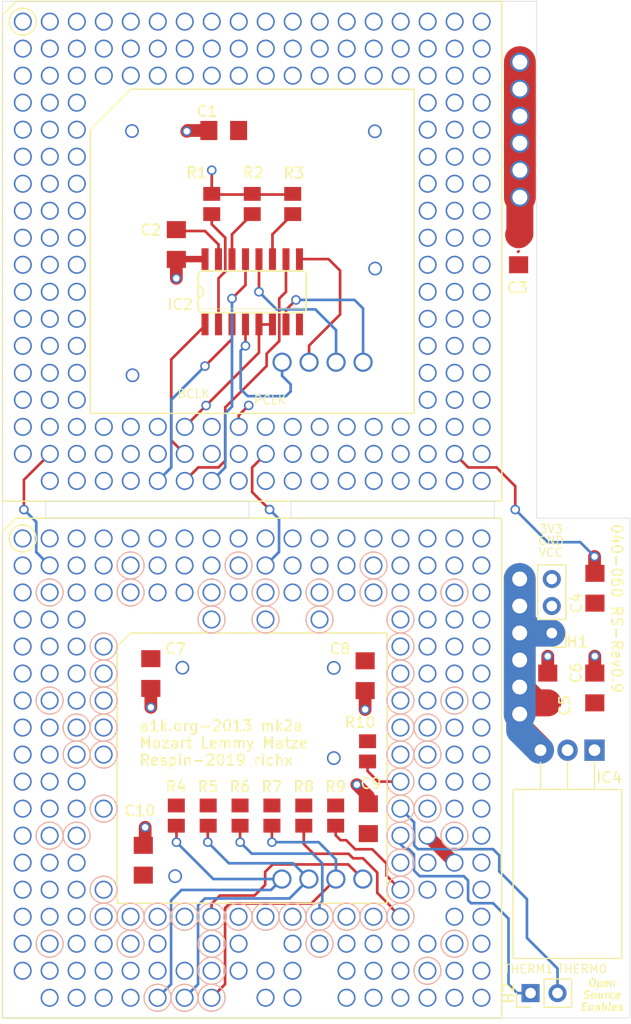
<source format=kicad_pcb>
(kicad_pcb (version 20171130) (host pcbnew 5.1.5)

  (general
    (thickness 1.6)
    (drawings 24)
    (tracks 273)
    (zones 0)
    (modules 30)
    (nets 28)
  )

  (page A4)
  (layers
    (0 Top signal)
    (31 Bottom signal)
    (32 B.Adhes user)
    (33 F.Adhes user)
    (34 B.Paste user)
    (35 F.Paste user)
    (36 B.SilkS user)
    (37 F.SilkS user)
    (38 B.Mask user)
    (39 F.Mask user)
    (40 Dwgs.User user)
    (41 Cmts.User user)
    (42 Eco1.User user)
    (43 Eco2.User user)
    (44 Edge.Cuts user)
    (45 Margin user)
    (46 B.CrtYd user)
    (47 F.CrtYd user)
    (48 B.Fab user)
    (49 F.Fab user)
  )

  (setup
    (last_trace_width 0.25)
    (user_trace_width 1.2)
    (user_trace_width 2)
    (user_trace_width 2.54)
    (user_trace_width 3)
    (user_trace_width 4)
    (trace_clearance 0.1524)
    (zone_clearance 0.000001)
    (zone_45_only yes)
    (trace_min 0.2)
    (via_size 0.8)
    (via_drill 0.4)
    (via_min_size 0.4)
    (via_min_drill 0.3)
    (uvia_size 0.3)
    (uvia_drill 0.1)
    (uvias_allowed no)
    (uvia_min_size 0.2)
    (uvia_min_drill 0.1)
    (edge_width 0.05)
    (segment_width 0.2)
    (pcb_text_width 0.3)
    (pcb_text_size 1.5 1.5)
    (mod_edge_width 0.12)
    (mod_text_size 1 1)
    (mod_text_width 0.15)
    (pad_size 1.7 1.7)
    (pad_drill 1)
    (pad_to_mask_clearance 0.051)
    (solder_mask_min_width 0.25)
    (aux_axis_origin 0 0)
    (visible_elements FFFFFF7F)
    (pcbplotparams
      (layerselection 0x010fc_ffffffff)
      (usegerberextensions false)
      (usegerberattributes false)
      (usegerberadvancedattributes false)
      (creategerberjobfile false)
      (excludeedgelayer true)
      (linewidth 0.100000)
      (plotframeref false)
      (viasonmask false)
      (mode 1)
      (useauxorigin false)
      (hpglpennumber 1)
      (hpglpenspeed 20)
      (hpglpendiameter 15.000000)
      (psnegative false)
      (psa4output false)
      (plotreference true)
      (plotvalue true)
      (plotinvisibletext false)
      (padsonsilk false)
      (subtractmaskfromsilk false)
      (outputformat 1)
      (mirror false)
      (drillshape 1)
      (scaleselection 1)
      (outputdirectory ""))
  )

  (net 0 "")
  (net 1 GND)
  (net 2 VCC)
  (net 3 40_RSTI)
  (net 4 N$1)
  (net 5 N$2)
  (net 6 N$3)
  (net 7 40_BCLK)
  (net 8 40_IPL2)
  (net 9 40_IPL1)
  (net 10 40_IPL0)
  (net 11 60_IPL2)
  (net 12 60_CLKEN)
  (net 13 60_IPL1)
  (net 14 60_IPL0)
  (net 15 +3V3)
  (net 16 TRA)
  (net 17 SNOOP)
  (net 18 BTT)
  (net 19 IPL2)
  (net 20 IPL1)
  (net 21 IPL0)
  (net 22 CLKEN)
  (net 23 CLA)
  (net 24 40_PCLK)
  (net 25 THERM0)
  (net 26 THERM1)
  (net 27 VCC2)

  (net_class Default "This is the default net class."
    (clearance 0.1524)
    (trace_width 0.25)
    (via_dia 0.8)
    (via_drill 0.4)
    (uvia_dia 0.3)
    (uvia_drill 0.1)
    (add_net +3V3)
    (add_net 40_BCLK)
    (add_net 40_IPL0)
    (add_net 40_IPL1)
    (add_net 40_IPL2)
    (add_net 40_PCLK)
    (add_net 40_RSTI)
    (add_net 60_CLKEN)
    (add_net 60_IPL0)
    (add_net 60_IPL1)
    (add_net 60_IPL2)
    (add_net BTT)
    (add_net CLA)
    (add_net CLKEN)
    (add_net GND)
    (add_net IPL0)
    (add_net IPL1)
    (add_net IPL2)
    (add_net N$1)
    (add_net N$2)
    (add_net N$3)
    (add_net SNOOP)
    (add_net THERM0)
    (add_net THERM1)
    (add_net TRA)
    (add_net VCC)
    (add_net VCC2)
  )

  (module combined3:6-PIN-1.4HOLES (layer Top) (tedit 5DAE57A6) (tstamp 5DAE4BBA)
    (at 160.328 109.296 270)
    (fp_text reference U6$1 (at 0 0 90) (layer F.SilkS) hide
      (effects (font (size 1.27 1.27) (thickness 0.15)) (justify left top))
    )
    (fp_text value 6POL (at 0 0 90) (layer F.SilkS) hide
      (effects (font (size 1.27 1.27) (thickness 0.15)) (justify left top))
    )
    (pad P6$6 thru_hole circle (at 1.27 0 270) (size 1.8064 1.8064) (drill 1.4) (layers *.Cu *.Mask)
      (net 27 VCC2) (solder_mask_margin 0.0762))
    (pad P6$5 thru_hole circle (at -1.27 0 270) (size 1.8064 1.8064) (drill 1.4) (layers *.Cu *.Mask)
      (net 27 VCC2) (solder_mask_margin 0.0762))
    (pad P6$4 thru_hole circle (at -3.81 0 270) (size 1.8064 1.8064) (drill 1.4) (layers *.Cu *.Mask)
      (net 27 VCC2) (solder_mask_margin 0.0762))
    (pad P6$3 thru_hole circle (at -6.35 0 270) (size 1.8064 1.8064) (drill 1.4) (layers *.Cu *.Mask)
      (net 27 VCC2) (solder_mask_margin 0.0762))
    (pad P6$2 thru_hole circle (at -8.89 0 270) (size 1.8064 1.8064) (drill 1.4) (layers *.Cu *.Mask)
      (net 27 VCC2) (solder_mask_margin 0.0762))
    (pad P6$1 thru_hole circle (at -11.43 0 270) (size 1.8064 1.8064) (drill 1.4) (layers *.Cu *.Mask)
      (net 27 VCC2) (solder_mask_margin 0.0762))
  )

  (module Package_TO_SOT_THT:TO-220-3_Horizontal_TabDown (layer Top) (tedit 5DAE5BB7) (tstamp 5DAED1F1)
    (at 167.37 113.96 180)
    (descr "TO-220-3, Horizontal, RM 2.54mm, see https://www.vishay.com/docs/66542/to-220-1.pdf")
    (tags "TO-220-3 Horizontal RM 2.54mm")
    (fp_text reference IC4 (at -1.38 -2.58) (layer F.SilkS)
      (effects (font (size 1 1) (thickness 0.15)))
    )
    (fp_text value LMS1585-3.3 (at 2.54 2) (layer F.Fab)
      (effects (font (size 1 1) (thickness 0.15)))
    )
    (fp_text user %R (at 2.54 -20.58) (layer F.Fab)
      (effects (font (size 1 1) (thickness 0.15)))
    )
    (fp_line (start 7.79 -19.71) (end -2.71 -19.71) (layer F.CrtYd) (width 0.05))
    (fp_line (start 7.79 1.25) (end 7.79 -19.71) (layer F.CrtYd) (width 0.05))
    (fp_line (start -2.71 1.25) (end 7.79 1.25) (layer F.CrtYd) (width 0.05))
    (fp_line (start -2.71 -19.71) (end -2.71 1.25) (layer F.CrtYd) (width 0.05))
    (fp_line (start 5.08 -3.69) (end 5.08 -1.15) (layer F.SilkS) (width 0.12))
    (fp_line (start 2.54 -3.69) (end 2.54 -1.15) (layer F.SilkS) (width 0.12))
    (fp_line (start 0 -3.69) (end 0 -1.15) (layer F.SilkS) (width 0.12))
    (fp_line (start 7.66 -19.58) (end 7.66 -3.69) (layer F.SilkS) (width 0.12))
    (fp_line (start -2.58 -19.58) (end -2.58 -3.69) (layer F.SilkS) (width 0.12))
    (fp_line (start -2.58 -19.58) (end 7.66 -19.58) (layer F.SilkS) (width 0.12))
    (fp_line (start -2.58 -3.69) (end 7.66 -3.69) (layer F.SilkS) (width 0.12))
    (fp_line (start 5.08 -3.81) (end 5.08 0) (layer F.Fab) (width 0.1))
    (fp_line (start 2.54 -3.81) (end 2.54 0) (layer F.Fab) (width 0.1))
    (fp_line (start 0 -3.81) (end 0 0) (layer F.Fab) (width 0.1))
    (fp_line (start 7.54 -3.81) (end -2.46 -3.81) (layer F.Fab) (width 0.1))
    (fp_line (start 7.54 -13.06) (end 7.54 -3.81) (layer F.Fab) (width 0.1))
    (fp_line (start -2.46 -13.06) (end 7.54 -13.06) (layer F.Fab) (width 0.1))
    (fp_line (start -2.46 -3.81) (end -2.46 -13.06) (layer F.Fab) (width 0.1))
    (fp_line (start 7.54 -13.06) (end -2.46 -13.06) (layer F.Fab) (width 0.1))
    (fp_line (start 7.54 -19.46) (end 7.54 -13.06) (layer F.Fab) (width 0.1))
    (fp_line (start -2.46 -19.46) (end 7.54 -19.46) (layer F.Fab) (width 0.1))
    (fp_line (start -2.46 -13.06) (end -2.46 -19.46) (layer F.Fab) (width 0.1))
    (fp_circle (center 2.54 -16.66) (end 4.39 -16.66) (layer F.Fab) (width 0.1))
    (pad 3 thru_hole oval (at 5.08 0 180) (size 1.905 2) (drill 1.1) (layers *.Cu *.Mask)
      (net 27 VCC2))
    (pad 2 thru_hole oval (at 2.54 0 180) (size 1.905 2) (drill 1.1) (layers *.Cu *.Mask)
      (net 15 +3V3))
    (pad 1 thru_hole rect (at 0 0 180) (size 1.905 2) (drill 1.1) (layers *.Cu *.Mask)
      (net 1 GND))
    (pad "" np_thru_hole oval (at 2.54 -16.66 180) (size 3.5 3.5) (drill 3.5) (layers *.Cu *.Mask))
    (model ${KISYS3DMOD}/Package_TO_SOT_THT.3dshapes/TO-220-3_Horizontal_TabDown.wrl
      (at (xyz 0 0 0))
      (scale (xyz 1 1 1))
      (rotate (xyz 0 0 0))
    )
  )

  (module Connector_PinHeader_2.54mm:PinHeader_1x02_P2.54mm_Vertical (layer Top) (tedit 5DB0F8B7) (tstamp 5DB10926)
    (at 161.35 136.8 90)
    (descr "Through hole straight pin header, 1x02, 2.54mm pitch, single row")
    (tags "Through hole pin header THT 1x02 2.54mm single row")
    (fp_text reference H2 (at 0 -2.075 90) (layer F.SilkS)
      (effects (font (size 1 1) (thickness 0.15)))
    )
    (fp_text value Therm (at -2.0574 1.30556) (layer F.Fab)
      (effects (font (size 1 1) (thickness 0.15)))
    )
    (fp_text user %R (at 0 1.27 270) (layer F.Fab)
      (effects (font (size 1 1) (thickness 0.15)))
    )
    (fp_line (start 1.8 -1.8) (end -1.8 -1.8) (layer F.CrtYd) (width 0.05))
    (fp_line (start 1.8 4.35) (end 1.8 -1.8) (layer F.CrtYd) (width 0.05))
    (fp_line (start -1.8 4.35) (end 1.8 4.35) (layer F.CrtYd) (width 0.05))
    (fp_line (start -1.8 -1.8) (end -1.8 4.35) (layer F.CrtYd) (width 0.05))
    (fp_line (start -1.33 -1.33) (end 0 -1.33) (layer F.SilkS) (width 0.12))
    (fp_line (start -1.33 0) (end -1.33 -1.33) (layer F.SilkS) (width 0.12))
    (fp_line (start -1.33 1.27) (end 1.33 1.27) (layer F.SilkS) (width 0.12))
    (fp_line (start 1.33 1.27) (end 1.33 3.87) (layer F.SilkS) (width 0.12))
    (fp_line (start -1.33 1.27) (end -1.33 3.87) (layer F.SilkS) (width 0.12))
    (fp_line (start -1.33 3.87) (end 1.33 3.87) (layer F.SilkS) (width 0.12))
    (fp_line (start -1.27 -0.635) (end -0.635 -1.27) (layer F.Fab) (width 0.1))
    (fp_line (start -1.27 3.81) (end -1.27 -0.635) (layer F.Fab) (width 0.1))
    (fp_line (start 1.27 3.81) (end -1.27 3.81) (layer F.Fab) (width 0.1))
    (fp_line (start 1.27 -1.27) (end 1.27 3.81) (layer F.Fab) (width 0.1))
    (fp_line (start -0.635 -1.27) (end 1.27 -1.27) (layer F.Fab) (width 0.1))
    (pad 2 thru_hole oval (at 0 2.54 90) (size 1.7 1.7) (drill 1) (layers *.Cu *.Mask)
      (net 25 THERM0))
    (pad 1 thru_hole rect (at 0 0 90) (size 1.7 1.7) (drill 1) (layers *.Cu *.Mask)
      (net 26 THERM1))
    (model ${KISYS3DMOD}/Connector_PinHeader_2.54mm.3dshapes/PinHeader_1x02_P2.54mm_Vertical.wrl
      (at (xyz 0 0 0))
      (scale (xyz 1 1 1))
      (rotate (xyz 0 0 0))
    )
  )

  (module Connector_PinHeader_2.54mm:PinHeader_1x03_P2.54mm_Vertical (layer Top) (tedit 5DAE57BB) (tstamp 5DAE4624)
    (at 163.35 102.95 180)
    (descr "Through hole straight pin header, 1x03, 2.54mm pitch, single row")
    (tags "Through hole pin header THT 1x03 2.54mm single row")
    (fp_text reference H1 (at -2.4 -0.825 180) (layer F.SilkS)
      (effects (font (size 1 1) (thickness 0.15)))
    )
    (fp_text value Power (at 3.429 5.6388) (layer F.Fab)
      (effects (font (size 1 1) (thickness 0.15)))
    )
    (fp_line (start -0.635 -1.27) (end 1.27 -1.27) (layer F.Fab) (width 0.1))
    (fp_line (start 1.27 -1.27) (end 1.27 6.35) (layer F.Fab) (width 0.1))
    (fp_line (start 1.27 6.35) (end -1.27 6.35) (layer F.Fab) (width 0.1))
    (fp_line (start -1.27 6.35) (end -1.27 -0.635) (layer F.Fab) (width 0.1))
    (fp_line (start -1.27 -0.635) (end -0.635 -1.27) (layer F.Fab) (width 0.1))
    (fp_line (start -1.33 6.41) (end 1.33 6.41) (layer F.SilkS) (width 0.12))
    (fp_line (start -1.33 1.27) (end -1.33 6.41) (layer F.SilkS) (width 0.12))
    (fp_line (start 1.33 1.27) (end 1.33 6.41) (layer F.SilkS) (width 0.12))
    (fp_line (start -1.33 1.27) (end 1.33 1.27) (layer F.SilkS) (width 0.12))
    (fp_line (start -1.33 0) (end -1.33 -1.33) (layer F.SilkS) (width 0.12))
    (fp_line (start -1.33 -1.33) (end 0 -1.33) (layer F.SilkS) (width 0.12))
    (fp_line (start -1.8 -1.8) (end -1.8 6.85) (layer F.CrtYd) (width 0.05))
    (fp_line (start -1.8 6.85) (end 1.8 6.85) (layer F.CrtYd) (width 0.05))
    (fp_line (start 1.8 6.85) (end 1.8 -1.8) (layer F.CrtYd) (width 0.05))
    (fp_line (start 1.8 -1.8) (end -1.8 -1.8) (layer F.CrtYd) (width 0.05))
    (fp_text user %R (at 0 2.54 90) (layer F.Fab)
      (effects (font (size 1 1) (thickness 0.15)))
    )
    (pad 1 thru_hole rect (at 0 0 180) (size 1.7 1.7) (drill 1) (layers *.Cu *.Mask)
      (net 27 VCC2))
    (pad 2 thru_hole oval (at 0 2.54 180) (size 1.7 1.7) (drill 1) (layers *.Cu *.Mask)
      (net 1 GND))
    (pad 3 thru_hole oval (at 0 5.08 180) (size 1.7 1.7) (drill 1) (layers *.Cu *.Mask)
      (net 15 +3V3))
    (model ${KISYS3DMOD}/Connector_PinHeader_2.54mm.3dshapes/PinHeader_1x03_P2.54mm_Vertical.wrl
      (at (xyz 0 0 0))
      (scale (xyz 1 1 1))
      (rotate (xyz 0 0 0))
    )
  )

  (module Bot_68040_mk2a:M0805 (layer Top) (tedit 5D9A2614) (tstamp 5DAE4CBB)
    (at 131.01 120.11 90)
    (descr "<b>RESISTOR</b><p>\nMELF 0.10 W")
    (fp_text reference R5 (at 2.1336 1.0668 180) (layer F.SilkS)
      (effects (font (size 1 1) (thickness 0.15)) (justify right bottom))
    )
    (fp_text value 4k7 (at -1.27 2.54 270) (layer F.Fab) hide
      (effects (font (size 1.2065 1.2065) (thickness 0.1016)) (justify left top))
    )
    (fp_poly (pts (xy -0.1999 0.5999) (xy 0.1999 0.5999) (xy 0.1999 -0.5999) (xy -0.1999 -0.5999)) (layer F.Adhes) (width 0))
    (fp_poly (pts (xy 0.6858 0.7112) (xy 1.0414 0.7112) (xy 1.0414 -0.7112) (xy 0.6858 -0.7112)) (layer F.Fab) (width 0))
    (fp_poly (pts (xy -1.0414 0.7112) (xy -0.6858 0.7112) (xy -0.6858 -0.7112) (xy -1.0414 -0.7112)) (layer F.Fab) (width 0))
    (fp_line (start 0.7112 0.635) (end -0.7112 0.635) (layer F.Fab) (width 0.1524))
    (fp_line (start 0.7112 -0.635) (end -0.7112 -0.635) (layer F.Fab) (width 0.1524))
    (fp_line (start 1.973 -0.983) (end 1.973 0.983) (layer Dwgs.User) (width 0.0508))
    (fp_line (start -1.973 0.983) (end -1.973 -0.983) (layer Dwgs.User) (width 0.0508))
    (fp_line (start 1.973 0.983) (end -1.973 0.983) (layer Dwgs.User) (width 0.0508))
    (fp_line (start -1.973 -0.983) (end 1.973 -0.983) (layer Dwgs.User) (width 0.0508))
    (pad 2 smd rect (at 0.95 0 90) (size 1.3 1.6) (layers Top F.Paste F.Mask)
      (net 15 +3V3) (solder_mask_margin 0.0762))
    (pad 1 smd rect (at -0.95 0 90) (size 1.3 1.6) (layers Top F.Paste F.Mask)
      (net 20 IPL1) (solder_mask_margin 0.0762))
  )

  (module Bot_68040_mk2a:M0805 (layer Top) (tedit 5D9A260E) (tstamp 5DAE4C91)
    (at 128.01 120.11 90)
    (descr "<b>RESISTOR</b><p>\nMELF 0.10 W")
    (fp_text reference R4 (at 2.1336 1.0668 180) (layer F.SilkS)
      (effects (font (size 1 1) (thickness 0.15)) (justify right bottom))
    )
    (fp_text value 4k7 (at -1.27 2.54 270) (layer F.Fab) hide
      (effects (font (size 1.2065 1.2065) (thickness 0.1016)) (justify left top))
    )
    (fp_line (start -1.973 -0.983) (end 1.973 -0.983) (layer Dwgs.User) (width 0.0508))
    (fp_line (start 1.973 0.983) (end -1.973 0.983) (layer Dwgs.User) (width 0.0508))
    (fp_line (start -1.973 0.983) (end -1.973 -0.983) (layer Dwgs.User) (width 0.0508))
    (fp_line (start 1.973 -0.983) (end 1.973 0.983) (layer Dwgs.User) (width 0.0508))
    (fp_line (start 0.7112 -0.635) (end -0.7112 -0.635) (layer F.Fab) (width 0.1524))
    (fp_line (start 0.7112 0.635) (end -0.7112 0.635) (layer F.Fab) (width 0.1524))
    (fp_poly (pts (xy -1.0414 0.7112) (xy -0.6858 0.7112) (xy -0.6858 -0.7112) (xy -1.0414 -0.7112)) (layer F.Fab) (width 0))
    (fp_poly (pts (xy 0.6858 0.7112) (xy 1.0414 0.7112) (xy 1.0414 -0.7112) (xy 0.6858 -0.7112)) (layer F.Fab) (width 0))
    (fp_poly (pts (xy -0.1999 0.5999) (xy 0.1999 0.5999) (xy 0.1999 -0.5999) (xy -0.1999 -0.5999)) (layer F.Adhes) (width 0))
    (pad 1 smd rect (at -0.95 0 90) (size 1.3 1.6) (layers Top F.Paste F.Mask)
      (net 19 IPL2) (solder_mask_margin 0.0762))
    (pad 2 smd rect (at 0.95 0 90) (size 1.3 1.6) (layers Top F.Paste F.Mask)
      (net 15 +3V3) (solder_mask_margin 0.0762))
  )

  (module Bot_68040_mk2a:M0805 (layer Top) (tedit 5D9A2618) (tstamp 5DAE4CE5)
    (at 134.01 120.11 90)
    (descr "<b>RESISTOR</b><p>\nMELF 0.10 W")
    (fp_text reference R6 (at 2.1336 1.0668 180) (layer F.SilkS)
      (effects (font (size 1 1) (thickness 0.15)) (justify right bottom))
    )
    (fp_text value 4k7 (at -1.27 2.54 270) (layer F.Fab) hide
      (effects (font (size 1.2065 1.2065) (thickness 0.1016)) (justify left top))
    )
    (fp_line (start -1.973 -0.983) (end 1.973 -0.983) (layer Dwgs.User) (width 0.0508))
    (fp_line (start 1.973 0.983) (end -1.973 0.983) (layer Dwgs.User) (width 0.0508))
    (fp_line (start -1.973 0.983) (end -1.973 -0.983) (layer Dwgs.User) (width 0.0508))
    (fp_line (start 1.973 -0.983) (end 1.973 0.983) (layer Dwgs.User) (width 0.0508))
    (fp_line (start 0.7112 -0.635) (end -0.7112 -0.635) (layer F.Fab) (width 0.1524))
    (fp_line (start 0.7112 0.635) (end -0.7112 0.635) (layer F.Fab) (width 0.1524))
    (fp_poly (pts (xy -1.0414 0.7112) (xy -0.6858 0.7112) (xy -0.6858 -0.7112) (xy -1.0414 -0.7112)) (layer F.Fab) (width 0))
    (fp_poly (pts (xy 0.6858 0.7112) (xy 1.0414 0.7112) (xy 1.0414 -0.7112) (xy 0.6858 -0.7112)) (layer F.Fab) (width 0))
    (fp_poly (pts (xy -0.1999 0.5999) (xy 0.1999 0.5999) (xy 0.1999 -0.5999) (xy -0.1999 -0.5999)) (layer F.Adhes) (width 0))
    (pad 1 smd rect (at -0.95 0 90) (size 1.3 1.6) (layers Top F.Paste F.Mask)
      (net 16 TRA) (solder_mask_margin 0.0762))
    (pad 2 smd rect (at 0.95 0 90) (size 1.3 1.6) (layers Top F.Paste F.Mask)
      (net 15 +3V3) (solder_mask_margin 0.0762))
  )

  (module Bot_68040_mk2a:M0805 (layer Top) (tedit 5D9A261C) (tstamp 5DAE4D0F)
    (at 137.01 120.11 90)
    (descr "<b>RESISTOR</b><p>\nMELF 0.10 W")
    (fp_text reference R7 (at 2.1336 1.0668 180) (layer F.SilkS)
      (effects (font (size 1 1) (thickness 0.15)) (justify right bottom))
    )
    (fp_text value 4k7 (at -1.27 2.54 270) (layer F.Fab) hide
      (effects (font (size 1.2065 1.2065) (thickness 0.1016)) (justify left top))
    )
    (fp_poly (pts (xy -0.1999 0.5999) (xy 0.1999 0.5999) (xy 0.1999 -0.5999) (xy -0.1999 -0.5999)) (layer F.Adhes) (width 0))
    (fp_poly (pts (xy 0.6858 0.7112) (xy 1.0414 0.7112) (xy 1.0414 -0.7112) (xy 0.6858 -0.7112)) (layer F.Fab) (width 0))
    (fp_poly (pts (xy -1.0414 0.7112) (xy -0.6858 0.7112) (xy -0.6858 -0.7112) (xy -1.0414 -0.7112)) (layer F.Fab) (width 0))
    (fp_line (start 0.7112 0.635) (end -0.7112 0.635) (layer F.Fab) (width 0.1524))
    (fp_line (start 0.7112 -0.635) (end -0.7112 -0.635) (layer F.Fab) (width 0.1524))
    (fp_line (start 1.973 -0.983) (end 1.973 0.983) (layer Dwgs.User) (width 0.0508))
    (fp_line (start -1.973 0.983) (end -1.973 -0.983) (layer Dwgs.User) (width 0.0508))
    (fp_line (start 1.973 0.983) (end -1.973 0.983) (layer Dwgs.User) (width 0.0508))
    (fp_line (start -1.973 -0.983) (end 1.973 -0.983) (layer Dwgs.User) (width 0.0508))
    (pad 2 smd rect (at 0.95 0 90) (size 1.3 1.6) (layers Top F.Paste F.Mask)
      (net 15 +3V3) (solder_mask_margin 0.0762))
    (pad 1 smd rect (at -0.95 0 90) (size 1.3 1.6) (layers Top F.Paste F.Mask)
      (net 21 IPL0) (solder_mask_margin 0.0762))
  )

  (module Bot_68040_mk2a:M0805 (layer Top) (tedit 5D9A2626) (tstamp 5DAE4E95)
    (at 143.01 120.11 90)
    (descr "<b>RESISTOR</b><p>\nMELF 0.10 W")
    (fp_text reference R9 (at 2.1336 1.0668 180) (layer F.SilkS)
      (effects (font (size 1 1) (thickness 0.15)) (justify right bottom))
    )
    (fp_text value 4k7 (at -1.27 2.54 270) (layer F.Fab) hide
      (effects (font (size 1.2065 1.2065) (thickness 0.1016)) (justify left top))
    )
    (fp_poly (pts (xy -0.1999 0.5999) (xy 0.1999 0.5999) (xy 0.1999 -0.5999) (xy -0.1999 -0.5999)) (layer F.Adhes) (width 0))
    (fp_poly (pts (xy 0.6858 0.7112) (xy 1.0414 0.7112) (xy 1.0414 -0.7112) (xy 0.6858 -0.7112)) (layer F.Fab) (width 0))
    (fp_poly (pts (xy -1.0414 0.7112) (xy -0.6858 0.7112) (xy -0.6858 -0.7112) (xy -1.0414 -0.7112)) (layer F.Fab) (width 0))
    (fp_line (start 0.7112 0.635) (end -0.7112 0.635) (layer F.Fab) (width 0.1524))
    (fp_line (start 0.7112 -0.635) (end -0.7112 -0.635) (layer F.Fab) (width 0.1524))
    (fp_line (start 1.973 -0.983) (end 1.973 0.983) (layer Dwgs.User) (width 0.0508))
    (fp_line (start -1.973 0.983) (end -1.973 -0.983) (layer Dwgs.User) (width 0.0508))
    (fp_line (start 1.973 0.983) (end -1.973 0.983) (layer Dwgs.User) (width 0.0508))
    (fp_line (start -1.973 -0.983) (end 1.973 -0.983) (layer Dwgs.User) (width 0.0508))
    (pad 2 smd rect (at 0.95 0 90) (size 1.3 1.6) (layers Top F.Paste F.Mask)
      (net 15 +3V3) (solder_mask_margin 0.0762))
    (pad 1 smd rect (at -0.95 0 90) (size 1.3 1.6) (layers Top F.Paste F.Mask)
      (net 17 SNOOP) (solder_mask_margin 0.0762))
  )

  (module Bot_68040_mk2a:M0805 (layer Top) (tedit 5D9A2685) (tstamp 5DAE4EBF)
    (at 146.0104 114.0712 90)
    (descr "<b>RESISTOR</b><p>\nMELF 0.10 W")
    (fp_text reference R10 (at 2.15392 0.84836 180) (layer F.SilkS)
      (effects (font (size 1 1) (thickness 0.15)) (justify right bottom))
    )
    (fp_text value 4k7 (at -1.27 2.54 270) (layer F.Fab) hide
      (effects (font (size 1.2065 1.2065) (thickness 0.1016)) (justify left top))
    )
    (fp_poly (pts (xy -0.1999 0.5999) (xy 0.1999 0.5999) (xy 0.1999 -0.5999) (xy -0.1999 -0.5999)) (layer F.Adhes) (width 0))
    (fp_poly (pts (xy 0.6858 0.7112) (xy 1.0414 0.7112) (xy 1.0414 -0.7112) (xy 0.6858 -0.7112)) (layer F.Fab) (width 0))
    (fp_poly (pts (xy -1.0414 0.7112) (xy -0.6858 0.7112) (xy -0.6858 -0.7112) (xy -1.0414 -0.7112)) (layer F.Fab) (width 0))
    (fp_line (start 0.7112 0.635) (end -0.7112 0.635) (layer F.Fab) (width 0.1524))
    (fp_line (start 0.7112 -0.635) (end -0.7112 -0.635) (layer F.Fab) (width 0.1524))
    (fp_line (start 1.973 -0.983) (end 1.973 0.983) (layer Dwgs.User) (width 0.0508))
    (fp_line (start -1.973 0.983) (end -1.973 -0.983) (layer Dwgs.User) (width 0.0508))
    (fp_line (start 1.973 0.983) (end -1.973 0.983) (layer Dwgs.User) (width 0.0508))
    (fp_line (start -1.973 -0.983) (end 1.973 -0.983) (layer Dwgs.User) (width 0.0508))
    (pad 2 smd rect (at 0.95 0 90) (size 1.3 1.6) (layers Top F.Paste F.Mask)
      (net 15 +3V3) (solder_mask_margin 0.0762))
    (pad 1 smd rect (at -0.95 0 90) (size 1.3 1.6) (layers Top F.Paste F.Mask)
      (net 23 CLA) (solder_mask_margin 0.0762))
  )

  (module Bot_68040_mk2a:M0805 (layer Top) (tedit 5D9A2621) (tstamp 5DAE4C67)
    (at 140.01 120.11 90)
    (descr "<b>RESISTOR</b><p>\nMELF 0.10 W")
    (fp_text reference R8 (at 2.1336 1.0668 180) (layer F.SilkS)
      (effects (font (size 1 1) (thickness 0.15)) (justify right bottom))
    )
    (fp_text value 4k7 (at -1.27 2.54 270) (layer F.Fab) hide
      (effects (font (size 1.2065 1.2065) (thickness 0.1016)) (justify left top))
    )
    (fp_line (start -1.973 -0.983) (end 1.973 -0.983) (layer Dwgs.User) (width 0.0508))
    (fp_line (start 1.973 0.983) (end -1.973 0.983) (layer Dwgs.User) (width 0.0508))
    (fp_line (start -1.973 0.983) (end -1.973 -0.983) (layer Dwgs.User) (width 0.0508))
    (fp_line (start 1.973 -0.983) (end 1.973 0.983) (layer Dwgs.User) (width 0.0508))
    (fp_line (start 0.7112 -0.635) (end -0.7112 -0.635) (layer F.Fab) (width 0.1524))
    (fp_line (start 0.7112 0.635) (end -0.7112 0.635) (layer F.Fab) (width 0.1524))
    (fp_poly (pts (xy -1.0414 0.7112) (xy -0.6858 0.7112) (xy -0.6858 -0.7112) (xy -1.0414 -0.7112)) (layer F.Fab) (width 0))
    (fp_poly (pts (xy 0.6858 0.7112) (xy 1.0414 0.7112) (xy 1.0414 -0.7112) (xy 0.6858 -0.7112)) (layer F.Fab) (width 0))
    (fp_poly (pts (xy -0.1999 0.5999) (xy 0.1999 0.5999) (xy 0.1999 -0.5999) (xy -0.1999 -0.5999)) (layer F.Adhes) (width 0))
    (pad 1 smd rect (at -0.95 0 90) (size 1.3 1.6) (layers Top F.Paste F.Mask)
      (net 18 BTT) (solder_mask_margin 0.0762))
    (pad 2 smd rect (at 0.95 0 90) (size 1.3 1.6) (layers Top F.Paste F.Mask)
      (net 15 +3V3) (solder_mask_margin 0.0762))
  )

  (module Top_68060_mk2a:PGA206_BIG (layer Top) (tedit 0) (tstamp 5DAE47C2)
    (at 135.1392 115.646)
    (fp_text reference IC3 (at -22.225 -24.13 180) (layer F.SilkS) hide
      (effects (font (size 1.6891 1.6891) (thickness 0.1778)) (justify left top))
    )
    (fp_text value MC68060RCPGA_BIG (at -10.795 0.635 180) (layer F.Fab) hide
      (effects (font (size 1.6891 1.6891) (thickness 0.1778)) (justify left top))
    )
    (fp_circle (center -21.59 -21.59) (end -20.32 -21.59) (layer F.SilkS) (width 0.127))
    (fp_circle (center -13.97 11.43) (end -12.7 11.43) (layer B.SilkS) (width 0.127))
    (fp_circle (center 13.97 11.43) (end 15.24 11.43) (layer B.SilkS) (width 0.127))
    (fp_circle (center 13.97 8.89) (end 15.24 8.89) (layer B.SilkS) (width 0.127))
    (fp_circle (center 13.97 6.35) (end 15.24 6.35) (layer B.SilkS) (width 0.127))
    (fp_circle (center 13.97 3.81) (end 15.24 3.81) (layer B.SilkS) (width 0.127))
    (fp_circle (center 13.97 1.27) (end 15.24 1.27) (layer B.SilkS) (width 0.127))
    (fp_circle (center 13.97 -1.27) (end 15.24 -1.27) (layer B.SilkS) (width 0.127))
    (fp_circle (center 13.97 -3.81) (end 15.24 -3.81) (layer B.SilkS) (width 0.127))
    (fp_circle (center 13.97 -6.35) (end 15.24 -6.35) (layer B.SilkS) (width 0.127))
    (fp_circle (center 13.97 -8.89) (end 15.24 -8.89) (layer B.SilkS) (width 0.127))
    (fp_circle (center 13.97 -11.43) (end 15.24 -11.43) (layer B.SilkS) (width 0.127))
    (fp_circle (center 13.97 13.97) (end 15.24 13.97) (layer B.SilkS) (width 0.127))
    (fp_circle (center 11.43 13.97) (end 12.7 13.97) (layer B.SilkS) (width 0.127))
    (fp_circle (center 8.89 13.97) (end 10.16 13.97) (layer B.SilkS) (width 0.127))
    (fp_circle (center 6.35 13.97) (end 7.62 13.97) (layer B.SilkS) (width 0.127))
    (fp_circle (center 3.81 13.97) (end 5.08 13.97) (layer B.SilkS) (width 0.127))
    (fp_circle (center 1.27 13.97) (end 2.54 13.97) (layer B.SilkS) (width 0.127))
    (fp_circle (center -1.27 13.97) (end 0 13.97) (layer B.SilkS) (width 0.127))
    (fp_circle (center -3.81 13.97) (end -2.54 13.97) (layer B.SilkS) (width 0.127))
    (fp_circle (center -6.35 13.97) (end -5.08 13.97) (layer B.SilkS) (width 0.127))
    (fp_circle (center -8.89 13.97) (end -7.62 13.97) (layer B.SilkS) (width 0.127))
    (fp_circle (center -11.43 13.97) (end -10.16 13.97) (layer B.SilkS) (width 0.127))
    (fp_circle (center -13.97 13.97) (end -12.7 13.97) (layer B.SilkS) (width 0.127))
    (fp_circle (center -13.97 3.81) (end -12.7 3.81) (layer B.SilkS) (width 0.127))
    (fp_circle (center -13.97 -1.27) (end -12.7 -1.27) (layer B.SilkS) (width 0.127))
    (fp_circle (center -13.97 -3.81) (end -12.7 -3.81) (layer B.SilkS) (width 0.127))
    (fp_circle (center -13.97 -6.35) (end -12.7 -6.35) (layer B.SilkS) (width 0.127))
    (fp_circle (center -13.97 -8.89) (end -12.7 -8.89) (layer B.SilkS) (width 0.127))
    (fp_circle (center -13.97 -11.43) (end -12.7 -11.43) (layer B.SilkS) (width 0.127))
    (fp_circle (center 13.97 -13.97) (end 15.24 -13.97) (layer B.SilkS) (width 0.127))
    (fp_circle (center 6.35 -13.97) (end 7.62 -13.97) (layer B.SilkS) (width 0.127))
    (fp_circle (center 1.27 -13.97) (end 2.54 -13.97) (layer B.SilkS) (width 0.127))
    (fp_circle (center -3.81 -13.97) (end -2.54 -13.97) (layer B.SilkS) (width 0.127))
    (fp_circle (center 19.05 -6.35) (end 20.32 -6.35) (layer B.SilkS) (width 0.127))
    (fp_circle (center 19.05 6.35) (end 20.32 6.35) (layer B.SilkS) (width 0.127))
    (fp_circle (center 19.05 16.51) (end 20.32 16.51) (layer B.SilkS) (width 0.127))
    (fp_circle (center 16.51 19.05) (end 17.78 19.05) (layer B.SilkS) (width 0.127))
    (fp_circle (center 16.51 3.81) (end 17.78 3.81) (layer B.SilkS) (width 0.127))
    (fp_circle (center 16.51 -1.27) (end 17.78 -1.27) (layer B.SilkS) (width 0.127))
    (fp_circle (center 16.51 -3.81) (end 17.78 -3.81) (layer B.SilkS) (width 0.127))
    (fp_circle (center 19.05 -16.51) (end 20.32 -16.51) (layer B.SilkS) (width 0.127))
    (fp_circle (center 11.43 -16.51) (end 12.7 -16.51) (layer B.SilkS) (width 0.127))
    (fp_circle (center 11.43 -19.05) (end 12.7 -19.05) (layer B.SilkS) (width 0.127))
    (fp_circle (center -19.05 16.51) (end -17.78 16.51) (layer B.SilkS) (width 0.127))
    (fp_circle (center -11.43 16.51) (end -10.16 16.51) (layer B.SilkS) (width 0.127))
    (fp_circle (center -3.81 16.51) (end -2.54 16.51) (layer B.SilkS) (width 0.127))
    (fp_circle (center -3.81 19.05) (end -2.54 19.05) (layer B.SilkS) (width 0.127))
    (fp_circle (center 6.35 16.51) (end 7.62 16.51) (layer B.SilkS) (width 0.127))
    (fp_circle (center -16.51 -3.81) (end -15.24 -3.81) (layer B.SilkS) (width 0.127))
    (fp_circle (center -16.51 -1.27) (end -15.24 -1.27) (layer B.SilkS) (width 0.127))
    (fp_circle (center -16.51 6.35) (end -15.24 6.35) (layer B.SilkS) (width 0.127))
    (fp_circle (center -19.05 -16.51) (end -17.78 -16.51) (layer B.SilkS) (width 0.127))
    (fp_circle (center -11.43 -16.51) (end -10.16 -16.51) (layer B.SilkS) (width 0.127))
    (fp_circle (center -3.81 -16.51) (end -2.54 -16.51) (layer B.SilkS) (width 0.127))
    (fp_circle (center 1.27 -16.51) (end 2.54 -16.51) (layer B.SilkS) (width 0.127))
    (fp_circle (center 6.35 -16.51) (end 7.62 -16.51) (layer B.SilkS) (width 0.127))
    (fp_circle (center -8.89 21.59) (end -7.62 21.59) (layer B.SilkS) (width 0.127))
    (fp_circle (center -6.35 21.59) (end -5.08 21.59) (layer B.SilkS) (width 0.127))
    (fp_circle (center -3.81 21.59) (end -2.54 21.59) (layer B.SilkS) (width 0.127))
    (fp_circle (center -19.05 -6.35) (end -17.78 -6.35) (layer B.SilkS) (width 0.127))
    (fp_circle (center -19.05 6.35) (end -17.78 6.35) (layer B.SilkS) (width 0.127))
    (fp_circle (center -1.27 -19.05) (end 0 -19.05) (layer B.SilkS) (width 0.127))
    (fp_circle (center -11.43 -19.05) (end -10.16 -19.05) (layer B.SilkS) (width 0.127))
    (fp_line (start -12.7 -11.43) (end -12.7 12.7) (layer F.SilkS) (width 0.127))
    (fp_line (start -11.43 -12.7) (end -12.7 -11.43) (layer F.SilkS) (width 0.127))
    (fp_line (start -11.43 -12.7) (end 12.7 -12.7) (layer F.SilkS) (width 0.127))
    (fp_line (start 12.7 12.7) (end 12.7 -12.7) (layer F.SilkS) (width 0.127))
    (fp_line (start 12.7 12.7) (end -12.7 12.7) (layer F.SilkS) (width 0.127))
    (fp_line (start -23.495 -22.225) (end -22.225 -23.495) (layer F.SilkS) (width 0.127))
    (fp_line (start -23.495 23.495) (end -23.495 -22.225) (layer F.SilkS) (width 0.127))
    (fp_line (start 23.495 23.495) (end -23.495 23.495) (layer F.SilkS) (width 0.127))
    (fp_line (start 23.495 -23.495) (end 23.495 23.495) (layer F.SilkS) (width 0.127))
    (fp_line (start -22.225 -23.495) (end 23.495 -23.495) (layer F.SilkS) (width 0.127))
    (pad P04 thru_hole circle (at -13.97 11.43) (size 1.7 1.7) (drill 1.4) (layers *.Cu *.Mask)
      (net 15 +3V3) (solder_mask_margin 0.0762))
    (pad P15 thru_hole circle (at 13.97 11.43) (size 1.7 1.7) (drill 1.4) (layers *.Cu *.Mask)
      (net 17 SNOOP) (solder_mask_margin 0.0762))
    (pad N15 thru_hole circle (at 13.97 8.89) (size 1.7 1.7) (drill 1.4) (layers *.Cu *.Mask)
      (net 15 +3V3) (solder_mask_margin 0.0762))
    (pad M15 thru_hole circle (at 13.97 6.35) (size 1.7 1.7) (drill 1.4) (layers *.Cu *.Mask)
      (net 26 THERM1) (solder_mask_margin 0.0762))
    (pad L15 thru_hole circle (at 13.97 3.81) (size 1.7 1.7) (drill 1.4) (layers *.Cu *.Mask)
      (net 25 THERM0) (solder_mask_margin 0.0762))
    (pad K15 thru_hole circle (at 13.97 1.27) (size 1.7 1.7) (drill 1.4) (layers *.Cu *.Mask)
      (net 23 CLA) (solder_mask_margin 0.0762))
    (pad J15 thru_hole circle (at 13.97 -1.27) (size 1.7 1.7) (drill 1.4) (layers *.Cu *.Mask)
      (net 15 +3V3) (solder_mask_margin 0.0762))
    (pad H15 thru_hole circle (at 13.97 -3.81) (size 1.7 1.7) (drill 1.4) (layers *.Cu *.Mask)
      (net 1 GND) (solder_mask_margin 0.0762))
    (pad G15 thru_hole circle (at 13.97 -6.35) (size 1.7 1.7) (drill 1.4) (layers *.Cu *.Mask)
      (net 15 +3V3) (solder_mask_margin 0.0762))
    (pad F15 thru_hole circle (at 13.97 -8.89) (size 1.7 1.7) (drill 1.4) (layers *.Cu *.Mask)
      (net 1 GND) (solder_mask_margin 0.0762))
    (pad E15 thru_hole circle (at 13.97 -11.43) (size 1.7 1.7) (drill 1.4) (layers *.Cu *.Mask)
      (net 15 +3V3) (solder_mask_margin 0.0762))
    (pad Q15 thru_hole circle (at 13.97 13.97) (size 1.7 1.7) (drill 1.4) (layers *.Cu *.Mask)
      (net 18 BTT) (solder_mask_margin 0.0762))
    (pad Q14 thru_hole circle (at 11.43 13.97) (size 1.7 1.7) (drill 1.4) (layers *.Cu *.Mask)
      (solder_mask_margin 0.0762))
    (pad Q13 thru_hole circle (at 8.89 13.97) (size 1.7 1.7) (drill 1.4) (layers *.Cu *.Mask)
      (solder_mask_margin 0.0762))
    (pad Q12 thru_hole circle (at 6.35 13.97) (size 1.7 1.7) (drill 1.4) (layers *.Cu *.Mask)
      (net 16 TRA) (solder_mask_margin 0.0762))
    (pad Q11 thru_hole circle (at 3.81 13.97) (size 1.7 1.7) (drill 1.4) (layers *.Cu *.Mask)
      (net 1 GND) (solder_mask_margin 0.0762))
    (pad Q10 thru_hole circle (at 1.27 13.97) (size 1.7 1.7) (drill 1.4) (layers *.Cu *.Mask)
      (net 15 +3V3) (solder_mask_margin 0.0762))
    (pad Q09 thru_hole circle (at -1.27 13.97) (size 1.7 1.7) (drill 1.4) (layers *.Cu *.Mask)
      (net 1 GND) (solder_mask_margin 0.0762))
    (pad Q08 thru_hole circle (at -3.81 13.97) (size 1.7 1.7) (drill 1.4) (layers *.Cu *.Mask)
      (net 22 CLKEN) (solder_mask_margin 0.0762))
    (pad Q07 thru_hole circle (at -6.35 13.97) (size 1.7 1.7) (drill 1.4) (layers *.Cu *.Mask)
      (solder_mask_margin 0.0762))
    (pad Q06 thru_hole circle (at -8.89 13.97) (size 1.7 1.7) (drill 1.4) (layers *.Cu *.Mask)
      (solder_mask_margin 0.0762))
    (pad Q05 thru_hole circle (at -11.43 13.97) (size 1.7 1.7) (drill 1.4) (layers *.Cu *.Mask)
      (solder_mask_margin 0.0762))
    (pad Q04 thru_hole circle (at -13.97 13.97) (size 1.7 1.7) (drill 1.4) (layers *.Cu *.Mask)
      (solder_mask_margin 0.0762))
    (pad L04 thru_hole circle (at -13.97 3.81) (size 1.7 1.7) (drill 1.4) (layers *.Cu *.Mask)
      (net 15 +3V3) (solder_mask_margin 0.0762))
    (pad J04 thru_hole circle (at -13.97 -1.27) (size 1.7 1.7) (drill 1.4) (layers *.Cu *.Mask)
      (net 15 +3V3) (solder_mask_margin 0.0762))
    (pad H04 thru_hole circle (at -13.97 -3.81) (size 1.7 1.7) (drill 1.4) (layers *.Cu *.Mask)
      (net 1 GND) (solder_mask_margin 0.0762))
    (pad G04 thru_hole circle (at -13.97 -6.35) (size 1.7 1.7) (drill 1.4) (layers *.Cu *.Mask)
      (net 15 +3V3) (solder_mask_margin 0.0762))
    (pad F04 thru_hole circle (at -13.97 -8.89) (size 1.7 1.7) (drill 1.4) (layers *.Cu *.Mask)
      (net 1 GND) (solder_mask_margin 0.0762))
    (pad E04 thru_hole circle (at -13.97 -11.43) (size 1.7 1.7) (drill 1.4) (layers *.Cu *.Mask)
      (net 15 +3V3) (solder_mask_margin 0.0762))
    (pad D15 thru_hole circle (at 13.97 -13.97) (size 1.7 1.7) (drill 1.4) (layers *.Cu *.Mask)
      (net 15 +3V3) (solder_mask_margin 0.0762))
    (pad D12 thru_hole circle (at 6.35 -13.97) (size 1.7 1.7) (drill 1.4) (layers *.Cu *.Mask)
      (net 15 +3V3) (solder_mask_margin 0.0762))
    (pad D10 thru_hole circle (at 1.27 -13.97) (size 1.7 1.7) (drill 1.4) (layers *.Cu *.Mask)
      (net 15 +3V3) (solder_mask_margin 0.0762))
    (pad D08 thru_hole circle (at -3.81 -13.97) (size 1.7 1.7) (drill 1.4) (layers *.Cu *.Mask)
      (net 15 +3V3) (solder_mask_margin 0.0762))
    (pad A18 thru_hole circle (at 21.59 -21.59) (size 1.7 1.7) (drill 1.4) (layers *.Cu *.Mask)
      (solder_mask_margin 0.0762))
    (pad T18 thru_hole circle (at 21.59 21.59) (size 1.7 1.7) (drill 1.4) (layers *.Cu *.Mask)
      (solder_mask_margin 0.0762))
    (pad S14 thru_hole circle (at 11.43 19.05) (size 1.7 1.7) (drill 1.4) (layers *.Cu *.Mask)
      (solder_mask_margin 0.0762))
    (pad T14 thru_hole circle (at 11.43 21.59) (size 1.7 1.7) (drill 1.4) (layers *.Cu *.Mask)
      (solder_mask_margin 0.0762))
    (pad T15 thru_hole circle (at 13.97 21.59) (size 1.7 1.7) (drill 1.4) (layers *.Cu *.Mask)
      (solder_mask_margin 0.0762))
    (pad S15 thru_hole circle (at 13.97 19.05) (size 1.7 1.7) (drill 1.4) (layers *.Cu *.Mask)
      (net 1 GND) (solder_mask_margin 0.0762))
    (pad R15 thru_hole circle (at 13.97 16.51) (size 1.7 1.7) (drill 1.4) (layers *.Cu *.Mask)
      (solder_mask_margin 0.0762))
    (pad R14 thru_hole circle (at 11.43 16.51) (size 1.7 1.7) (drill 1.4) (layers *.Cu *.Mask)
      (solder_mask_margin 0.0762))
    (pad S18 thru_hole circle (at 21.59 19.05) (size 1.7 1.7) (drill 1.4) (layers *.Cu *.Mask)
      (solder_mask_margin 0.0762))
    (pad R18 thru_hole circle (at 21.59 16.51) (size 1.7 1.7) (drill 1.4) (layers *.Cu *.Mask)
      (solder_mask_margin 0.0762))
    (pad Q18 thru_hole circle (at 21.59 13.97) (size 1.7 1.7) (drill 1.4) (layers *.Cu *.Mask)
      (solder_mask_margin 0.0762))
    (pad P18 thru_hole circle (at 21.59 11.43) (size 1.7 1.7) (drill 1.4) (layers *.Cu *.Mask)
      (solder_mask_margin 0.0762))
    (pad N18 thru_hole circle (at 21.59 8.89) (size 1.7 1.7) (drill 1.4) (layers *.Cu *.Mask)
      (solder_mask_margin 0.0762))
    (pad M18 thru_hole circle (at 21.59 6.35) (size 1.7 1.7) (drill 1.4) (layers *.Cu *.Mask)
      (solder_mask_margin 0.0762))
    (pad L18 thru_hole circle (at 21.59 3.81) (size 1.7 1.7) (drill 1.4) (layers *.Cu *.Mask)
      (solder_mask_margin 0.0762))
    (pad K18 thru_hole circle (at 21.59 1.27) (size 1.7 1.7) (drill 1.4) (layers *.Cu *.Mask)
      (solder_mask_margin 0.0762))
    (pad J18 thru_hole circle (at 21.59 -1.27) (size 1.7 1.7) (drill 1.4) (layers *.Cu *.Mask)
      (solder_mask_margin 0.0762))
    (pad H18 thru_hole circle (at 21.59 -3.81) (size 1.7 1.7) (drill 1.4) (layers *.Cu *.Mask)
      (solder_mask_margin 0.0762))
    (pad G18 thru_hole circle (at 21.59 -6.35) (size 1.7 1.7) (drill 1.4) (layers *.Cu *.Mask)
      (solder_mask_margin 0.0762))
    (pad G17 thru_hole circle (at 19.05 -6.35) (size 1.7 1.7) (drill 1.4) (layers *.Cu *.Mask)
      (net 15 +3V3) (solder_mask_margin 0.0762))
    (pad H17 thru_hole circle (at 19.05 -3.81) (size 1.7 1.7) (drill 1.4) (layers *.Cu *.Mask)
      (net 1 GND) (solder_mask_margin 0.0762))
    (pad J17 thru_hole circle (at 19.05 -1.27) (size 1.7 1.7) (drill 1.4) (layers *.Cu *.Mask)
      (solder_mask_margin 0.0762))
    (pad K17 thru_hole circle (at 19.05 1.27) (size 1.7 1.7) (drill 1.4) (layers *.Cu *.Mask)
      (solder_mask_margin 0.0762))
    (pad L17 thru_hole circle (at 19.05 3.81) (size 1.7 1.7) (drill 1.4) (layers *.Cu *.Mask)
      (net 1 GND) (solder_mask_margin 0.0762))
    (pad M17 thru_hole circle (at 19.05 6.35) (size 1.7 1.7) (drill 1.4) (layers *.Cu *.Mask)
      (net 15 +3V3) (solder_mask_margin 0.0762))
    (pad N17 thru_hole circle (at 19.05 8.89) (size 1.7 1.7) (drill 1.4) (layers *.Cu *.Mask)
      (net 1 GND) (solder_mask_margin 0.0762))
    (pad P17 thru_hole circle (at 19.05 11.43) (size 1.7 1.7) (drill 1.4) (layers *.Cu *.Mask)
      (solder_mask_margin 0.0762))
    (pad Q17 thru_hole circle (at 19.05 13.97) (size 1.7 1.7) (drill 1.4) (layers *.Cu *.Mask)
      (net 1 GND) (solder_mask_margin 0.0762))
    (pad R17 thru_hole circle (at 19.05 16.51) (size 1.7 1.7) (drill 1.4) (layers *.Cu *.Mask)
      (net 15 +3V3) (solder_mask_margin 0.0762))
    (pad S17 thru_hole circle (at 19.05 19.05) (size 1.7 1.7) (drill 1.4) (layers *.Cu *.Mask)
      (net 1 GND) (solder_mask_margin 0.0762))
    (pad T17 thru_hole circle (at 19.05 21.59) (size 1.7 1.7) (drill 1.4) (layers *.Cu *.Mask)
      (solder_mask_margin 0.0762))
    (pad T16 thru_hole circle (at 16.51 21.59) (size 1.7 1.7) (drill 1.4) (layers *.Cu *.Mask)
      (solder_mask_margin 0.0762))
    (pad S16 thru_hole circle (at 16.51 19.05) (size 1.7 1.7) (drill 1.4) (layers *.Cu *.Mask)
      (net 15 +3V3) (solder_mask_margin 0.0762))
    (pad R16 thru_hole circle (at 16.51 16.51) (size 1.7 1.7) (drill 1.4) (layers *.Cu *.Mask)
      (solder_mask_margin 0.0762))
    (pad P16 thru_hole circle (at 16.51 11.43) (size 1.7 1.7) (drill 1.4) (layers *.Cu *.Mask)
      (solder_mask_margin 0.0762))
    (pad N16 thru_hole circle (at 16.51 8.89) (size 1.7 1.7) (drill 1.4) (layers *.Cu *.Mask)
      (solder_mask_margin 0.0762))
    (pad M16 thru_hole circle (at 16.51 6.35) (size 1.7 1.7) (drill 1.4) (layers *.Cu *.Mask)
      (net 1 GND) (solder_mask_margin 0.0762))
    (pad L16 thru_hole circle (at 16.51 3.81) (size 1.7 1.7) (drill 1.4) (layers *.Cu *.Mask)
      (net 15 +3V3) (solder_mask_margin 0.0762))
    (pad K16 thru_hole circle (at 16.51 1.27) (size 1.7 1.7) (drill 1.4) (layers *.Cu *.Mask)
      (net 1 GND) (solder_mask_margin 0.0762))
    (pad J16 thru_hole circle (at 16.51 -1.27) (size 1.7 1.7) (drill 1.4) (layers *.Cu *.Mask)
      (net 15 +3V3) (solder_mask_margin 0.0762))
    (pad H16 thru_hole circle (at 16.51 -3.81) (size 1.7 1.7) (drill 1.4) (layers *.Cu *.Mask)
      (net 15 +3V3) (solder_mask_margin 0.0762))
    (pad G16 thru_hole circle (at 16.51 -6.35) (size 1.7 1.7) (drill 1.4) (layers *.Cu *.Mask)
      (solder_mask_margin 0.0762))
    (pad F18 thru_hole circle (at 21.59 -8.89) (size 1.7 1.7) (drill 1.4) (layers *.Cu *.Mask)
      (solder_mask_margin 0.0762))
    (pad F17 thru_hole circle (at 19.05 -8.89) (size 1.7 1.7) (drill 1.4) (layers *.Cu *.Mask)
      (net 1 GND) (solder_mask_margin 0.0762))
    (pad F16 thru_hole circle (at 16.51 -8.89) (size 1.7 1.7) (drill 1.4) (layers *.Cu *.Mask)
      (solder_mask_margin 0.0762))
    (pad E18 thru_hole circle (at 21.59 -11.43) (size 1.7 1.7) (drill 1.4) (layers *.Cu *.Mask)
      (solder_mask_margin 0.0762))
    (pad E17 thru_hole circle (at 19.05 -11.43) (size 1.7 1.7) (drill 1.4) (layers *.Cu *.Mask)
      (solder_mask_margin 0.0762))
    (pad E16 thru_hole circle (at 16.51 -11.43) (size 1.7 1.7) (drill 1.4) (layers *.Cu *.Mask)
      (solder_mask_margin 0.0762))
    (pad D18 thru_hole circle (at 21.59 -13.97) (size 1.7 1.7) (drill 1.4) (layers *.Cu *.Mask)
      (solder_mask_margin 0.0762))
    (pad D17 thru_hole circle (at 19.05 -13.97) (size 1.7 1.7) (drill 1.4) (layers *.Cu *.Mask)
      (net 1 GND) (solder_mask_margin 0.0762))
    (pad D16 thru_hole circle (at 16.51 -13.97) (size 1.7 1.7) (drill 1.4) (layers *.Cu *.Mask)
      (solder_mask_margin 0.0762))
    (pad C18 thru_hole circle (at 21.59 -16.51) (size 1.7 1.7) (drill 1.4) (layers *.Cu *.Mask)
      (solder_mask_margin 0.0762))
    (pad B18 thru_hole circle (at 21.59 -19.05) (size 1.7 1.7) (drill 1.4) (layers *.Cu *.Mask)
      (solder_mask_margin 0.0762))
    (pad C17 thru_hole circle (at 19.05 -16.51) (size 1.7 1.7) (drill 1.4) (layers *.Cu *.Mask)
      (net 15 +3V3) (solder_mask_margin 0.0762))
    (pad B17 thru_hole circle (at 19.05 -19.05) (size 1.7 1.7) (drill 1.4) (layers *.Cu *.Mask)
      (net 1 GND) (solder_mask_margin 0.0762))
    (pad C16 thru_hole circle (at 16.51 -16.51) (size 1.7 1.7) (drill 1.4) (layers *.Cu *.Mask)
      (solder_mask_margin 0.0762))
    (pad B16 thru_hole circle (at 16.51 -19.05) (size 1.7 1.7) (drill 1.4) (layers *.Cu *.Mask)
      (solder_mask_margin 0.0762))
    (pad C15 thru_hole circle (at 13.97 -16.51) (size 1.7 1.7) (drill 1.4) (layers *.Cu *.Mask)
      (solder_mask_margin 0.0762))
    (pad B15 thru_hole circle (at 13.97 -19.05) (size 1.7 1.7) (drill 1.4) (layers *.Cu *.Mask)
      (net 1 GND) (solder_mask_margin 0.0762))
    (pad C14 thru_hole circle (at 11.43 -16.51) (size 1.7 1.7) (drill 1.4) (layers *.Cu *.Mask)
      (net 15 +3V3) (solder_mask_margin 0.0762))
    (pad B14 thru_hole circle (at 11.43 -19.05) (size 1.7 1.7) (drill 1.4) (layers *.Cu *.Mask)
      (net 15 +3V3) (solder_mask_margin 0.0762))
    (pad R02 thru_hole circle (at -19.05 16.51) (size 1.7 1.7) (drill 1.4) (layers *.Cu *.Mask)
      (net 15 +3V3) (solder_mask_margin 0.0762))
    (pad S02 thru_hole circle (at -19.05 19.05) (size 1.7 1.7) (drill 1.4) (layers *.Cu *.Mask)
      (net 1 GND) (solder_mask_margin 0.0762))
    (pad T02 thru_hole circle (at -19.05 21.59) (size 1.7 1.7) (drill 1.4) (layers *.Cu *.Mask)
      (solder_mask_margin 0.0762))
    (pad T03 thru_hole circle (at -16.51 21.59) (size 1.7 1.7) (drill 1.4) (layers *.Cu *.Mask)
      (solder_mask_margin 0.0762))
    (pad S03 thru_hole circle (at -16.51 19.05) (size 1.7 1.7) (drill 1.4) (layers *.Cu *.Mask)
      (solder_mask_margin 0.0762))
    (pad R03 thru_hole circle (at -16.51 16.51) (size 1.7 1.7) (drill 1.4) (layers *.Cu *.Mask)
      (solder_mask_margin 0.0762))
    (pad Q03 thru_hole circle (at -16.51 13.97) (size 1.7 1.7) (drill 1.4) (layers *.Cu *.Mask)
      (solder_mask_margin 0.0762))
    (pad Q02 thru_hole circle (at -19.05 13.97) (size 1.7 1.7) (drill 1.4) (layers *.Cu *.Mask)
      (net 1 GND) (solder_mask_margin 0.0762))
    (pad P03 thru_hole circle (at -16.51 11.43) (size 1.7 1.7) (drill 1.4) (layers *.Cu *.Mask)
      (solder_mask_margin 0.0762))
    (pad P02 thru_hole circle (at -19.05 11.43) (size 1.7 1.7) (drill 1.4) (layers *.Cu *.Mask)
      (solder_mask_margin 0.0762))
    (pad A17 thru_hole circle (at 19.05 -21.59) (size 1.7 1.7) (drill 1.4) (layers *.Cu *.Mask)
      (solder_mask_margin 0.0762))
    (pad A16 thru_hole circle (at 16.51 -21.59) (size 1.7 1.7) (drill 1.4) (layers *.Cu *.Mask)
      (solder_mask_margin 0.0762))
    (pad A15 thru_hole circle (at 13.97 -21.59) (size 1.7 1.7) (drill 1.4) (layers *.Cu *.Mask)
      (solder_mask_margin 0.0762))
    (pad A14 thru_hole circle (at 11.43 -21.59) (size 1.7 1.7) (drill 1.4) (layers *.Cu *.Mask)
      (solder_mask_margin 0.0762))
    (pad S01 thru_hole circle (at -21.59 19.05) (size 1.7 1.7) (drill 1.4) (layers *.Cu *.Mask)
      (solder_mask_margin 0.0762))
    (pad R01 thru_hole circle (at -21.59 16.51) (size 1.7 1.7) (drill 1.4) (layers *.Cu *.Mask)
      (solder_mask_margin 0.0762))
    (pad Q01 thru_hole circle (at -21.59 13.97) (size 1.7 1.7) (drill 1.4) (layers *.Cu *.Mask)
      (solder_mask_margin 0.0762))
    (pad P01 thru_hole circle (at -21.59 11.43) (size 1.7 1.7) (drill 1.4) (layers *.Cu *.Mask)
      (solder_mask_margin 0.0762))
    (pad R04 thru_hole circle (at -13.97 16.51) (size 1.7 1.7) (drill 1.4) (layers *.Cu *.Mask)
      (net 1 GND) (solder_mask_margin 0.0762))
    (pad R05 thru_hole circle (at -11.43 16.51) (size 1.7 1.7) (drill 1.4) (layers *.Cu *.Mask)
      (net 15 +3V3) (solder_mask_margin 0.0762))
    (pad R06 thru_hole circle (at -8.89 16.51) (size 1.7 1.7) (drill 1.4) (layers *.Cu *.Mask)
      (net 1 GND) (solder_mask_margin 0.0762))
    (pad R08 thru_hole circle (at -3.81 16.51) (size 1.7 1.7) (drill 1.4) (layers *.Cu *.Mask)
      (net 15 +3V3) (solder_mask_margin 0.0762))
    (pad R09 thru_hole circle (at -1.27 16.51) (size 1.7 1.7) (drill 1.4) (layers *.Cu *.Mask)
      (solder_mask_margin 0.0762))
    (pad R11 thru_hole circle (at 3.81 16.51) (size 1.7 1.7) (drill 1.4) (layers *.Cu *.Mask)
      (net 1 GND) (solder_mask_margin 0.0762))
    (pad S11 thru_hole circle (at 3.81 19.05) (size 1.7 1.7) (drill 1.4) (layers *.Cu *.Mask)
      (solder_mask_margin 0.0762))
    (pad S10 thru_hole circle (at 1.27 19.05) (size 1.7 1.7) (drill 1.4) (layers *.Cu *.Mask)
      (net 1 GND) (solder_mask_margin 0.0762))
    (pad S09 thru_hole circle (at -1.27 19.05) (size 1.7 1.7) (drill 1.4) (layers *.Cu *.Mask)
      (net 1 GND) (solder_mask_margin 0.0762))
    (pad S08 thru_hole circle (at -3.81 19.05) (size 1.7 1.7) (drill 1.4) (layers *.Cu *.Mask)
      (net 15 +3V3) (solder_mask_margin 0.0762))
    (pad S07 thru_hole circle (at -6.35 19.05) (size 1.7 1.7) (drill 1.4) (layers *.Cu *.Mask)
      (solder_mask_margin 0.0762))
    (pad S06 thru_hole circle (at -8.89 19.05) (size 1.7 1.7) (drill 1.4) (layers *.Cu *.Mask)
      (solder_mask_margin 0.0762))
    (pad S05 thru_hole circle (at -11.43 19.05) (size 1.7 1.7) (drill 1.4) (layers *.Cu *.Mask)
      (solder_mask_margin 0.0762))
    (pad S04 thru_hole circle (at -13.97 19.05) (size 1.7 1.7) (drill 1.4) (layers *.Cu *.Mask)
      (solder_mask_margin 0.0762))
    (pad R12 thru_hole circle (at 6.35 16.51) (size 1.7 1.7) (drill 1.4) (layers *.Cu *.Mask)
      (net 15 +3V3) (solder_mask_margin 0.0762))
    (pad D03 thru_hole circle (at -16.51 -13.97) (size 1.7 1.7) (drill 1.4) (layers *.Cu *.Mask)
      (solder_mask_margin 0.0762))
    (pad E03 thru_hole circle (at -16.51 -11.43) (size 1.7 1.7) (drill 1.4) (layers *.Cu *.Mask)
      (solder_mask_margin 0.0762))
    (pad F03 thru_hole circle (at -16.51 -8.89) (size 1.7 1.7) (drill 1.4) (layers *.Cu *.Mask)
      (solder_mask_margin 0.0762))
    (pad G03 thru_hole circle (at -16.51 -6.35) (size 1.7 1.7) (drill 1.4) (layers *.Cu *.Mask)
      (solder_mask_margin 0.0762))
    (pad H03 thru_hole circle (at -16.51 -3.81) (size 1.7 1.7) (drill 1.4) (layers *.Cu *.Mask)
      (net 15 +3V3) (solder_mask_margin 0.0762))
    (pad J03 thru_hole circle (at -16.51 -1.27) (size 1.7 1.7) (drill 1.4) (layers *.Cu *.Mask)
      (net 15 +3V3) (solder_mask_margin 0.0762))
    (pad K03 thru_hole circle (at -16.51 1.27) (size 1.7 1.7) (drill 1.4) (layers *.Cu *.Mask)
      (net 1 GND) (solder_mask_margin 0.0762))
    (pad L03 thru_hole circle (at -16.51 3.81) (size 1.7 1.7) (drill 1.4) (layers *.Cu *.Mask)
      (net 1 GND) (solder_mask_margin 0.0762))
    (pad M03 thru_hole circle (at -16.51 6.35) (size 1.7 1.7) (drill 1.4) (layers *.Cu *.Mask)
      (net 15 +3V3) (solder_mask_margin 0.0762))
    (pad N01 thru_hole circle (at -21.59 8.89) (size 1.7 1.7) (drill 1.4) (layers *.Cu *.Mask)
      (solder_mask_margin 0.0762))
    (pad C02 thru_hole circle (at -19.05 -16.51) (size 1.7 1.7) (drill 1.4) (layers *.Cu *.Mask)
      (net 15 +3V3) (solder_mask_margin 0.0762))
    (pad C03 thru_hole circle (at -16.51 -16.51) (size 1.7 1.7) (drill 1.4) (layers *.Cu *.Mask)
      (solder_mask_margin 0.0762))
    (pad C04 thru_hole circle (at -13.97 -16.51) (size 1.7 1.7) (drill 1.4) (layers *.Cu *.Mask)
      (solder_mask_margin 0.0762))
    (pad C05 thru_hole circle (at -11.43 -16.51) (size 1.7 1.7) (drill 1.4) (layers *.Cu *.Mask)
      (net 15 +3V3) (solder_mask_margin 0.0762))
    (pad C06 thru_hole circle (at -8.89 -16.51) (size 1.7 1.7) (drill 1.4) (layers *.Cu *.Mask)
      (net 1 GND) (solder_mask_margin 0.0762))
    (pad C07 thru_hole circle (at -6.35 -16.51) (size 1.7 1.7) (drill 1.4) (layers *.Cu *.Mask)
      (net 1 GND) (solder_mask_margin 0.0762))
    (pad C08 thru_hole circle (at -3.81 -16.51) (size 1.7 1.7) (drill 1.4) (layers *.Cu *.Mask)
      (net 15 +3V3) (solder_mask_margin 0.0762))
    (pad C09 thru_hole circle (at -1.27 -16.51) (size 1.7 1.7) (drill 1.4) (layers *.Cu *.Mask)
      (net 1 GND) (solder_mask_margin 0.0762))
    (pad C10 thru_hole circle (at 1.27 -16.51) (size 1.7 1.7) (drill 1.4) (layers *.Cu *.Mask)
      (net 15 +3V3) (solder_mask_margin 0.0762))
    (pad C11 thru_hole circle (at 3.81 -16.51) (size 1.7 1.7) (drill 1.4) (layers *.Cu *.Mask)
      (net 1 GND) (solder_mask_margin 0.0762))
    (pad C12 thru_hole circle (at 6.35 -16.51) (size 1.7 1.7) (drill 1.4) (layers *.Cu *.Mask)
      (net 15 +3V3) (solder_mask_margin 0.0762))
    (pad C01 thru_hole circle (at -21.59 -16.51) (size 1.7 1.7) (drill 1.4) (layers *.Cu *.Mask)
      (solder_mask_margin 0.0762))
    (pad C13 thru_hole circle (at 8.89 -16.51) (size 1.7 1.7) (drill 1.4) (layers *.Cu *.Mask)
      (net 1 GND) (solder_mask_margin 0.0762))
    (pad N03 thru_hole circle (at -16.51 8.89) (size 1.7 1.7) (drill 1.4) (layers *.Cu *.Mask)
      (solder_mask_margin 0.0762))
    (pad T04 thru_hole circle (at -13.97 21.59) (size 1.7 1.7) (drill 1.4) (layers *.Cu *.Mask)
      (solder_mask_margin 0.0762))
    (pad T05 thru_hole circle (at -11.43 21.59) (size 1.7 1.7) (drill 1.4) (layers *.Cu *.Mask)
      (solder_mask_margin 0.0762))
    (pad T06 thru_hole circle (at -8.89 21.59) (size 1.7 1.7) (drill 1.4) (layers *.Cu *.Mask)
      (net 19 IPL2) (solder_mask_margin 0.0762))
    (pad T07 thru_hole circle (at -6.35 21.59) (size 1.7 1.7) (drill 1.4) (layers *.Cu *.Mask)
      (net 20 IPL1) (solder_mask_margin 0.0762))
    (pad T08 thru_hole circle (at -3.81 21.59) (size 1.7 1.7) (drill 1.4) (layers *.Cu *.Mask)
      (net 21 IPL0) (solder_mask_margin 0.0762))
    (pad T10 thru_hole circle (at 1.27 21.59) (size 1.7 1.7) (drill 1.4) (layers *.Cu *.Mask)
      (solder_mask_margin 0.0762))
    (pad T11 thru_hole circle (at 3.81 21.59) (size 1.7 1.7) (drill 1.4) (layers *.Cu *.Mask)
      (solder_mask_margin 0.0762))
    (pad T13 thru_hole circle (at 8.89 21.59) (size 1.7 1.7) (drill 1.4) (layers *.Cu *.Mask)
      (solder_mask_margin 0.0762))
    (pad N02 thru_hole circle (at -19.05 8.89) (size 1.7 1.7) (drill 1.4) (layers *.Cu *.Mask)
      (net 1 GND) (solder_mask_margin 0.0762))
    (pad D02 thru_hole circle (at -19.05 -13.97) (size 1.7 1.7) (drill 1.4) (layers *.Cu *.Mask)
      (net 1 GND) (solder_mask_margin 0.0762))
    (pad E02 thru_hole circle (at -19.05 -11.43) (size 1.7 1.7) (drill 1.4) (layers *.Cu *.Mask)
      (solder_mask_margin 0.0762))
    (pad F02 thru_hole circle (at -19.05 -8.89) (size 1.7 1.7) (drill 1.4) (layers *.Cu *.Mask)
      (net 1 GND) (solder_mask_margin 0.0762))
    (pad G02 thru_hole circle (at -19.05 -6.35) (size 1.7 1.7) (drill 1.4) (layers *.Cu *.Mask)
      (net 15 +3V3) (solder_mask_margin 0.0762))
    (pad H02 thru_hole circle (at -19.05 -3.81) (size 1.7 1.7) (drill 1.4) (layers *.Cu *.Mask)
      (net 1 GND) (solder_mask_margin 0.0762))
    (pad J02 thru_hole circle (at -19.05 -1.27) (size 1.7 1.7) (drill 1.4) (layers *.Cu *.Mask)
      (solder_mask_margin 0.0762))
    (pad K02 thru_hole circle (at -19.05 1.27) (size 1.7 1.7) (drill 1.4) (layers *.Cu *.Mask)
      (solder_mask_margin 0.0762))
    (pad L02 thru_hole circle (at -19.05 3.81) (size 1.7 1.7) (drill 1.4) (layers *.Cu *.Mask)
      (net 1 GND) (solder_mask_margin 0.0762))
    (pad M02 thru_hole circle (at -19.05 6.35) (size 1.7 1.7) (drill 1.4) (layers *.Cu *.Mask)
      (net 15 +3V3) (solder_mask_margin 0.0762))
    (pad S13 thru_hole circle (at 8.89 19.05) (size 1.7 1.7) (drill 1.4) (layers *.Cu *.Mask)
      (solder_mask_margin 0.0762))
    (pad R13 thru_hole circle (at 8.89 16.51) (size 1.7 1.7) (drill 1.4) (layers *.Cu *.Mask)
      (net 1 GND) (solder_mask_margin 0.0762))
    (pad B12 thru_hole circle (at 6.35 -19.05) (size 1.7 1.7) (drill 1.4) (layers *.Cu *.Mask)
      (solder_mask_margin 0.0762))
    (pad B11 thru_hole circle (at 3.81 -19.05) (size 1.7 1.7) (drill 1.4) (layers *.Cu *.Mask)
      (solder_mask_margin 0.0762))
    (pad B10 thru_hole circle (at 1.27 -19.05) (size 1.7 1.7) (drill 1.4) (layers *.Cu *.Mask)
      (net 1 GND) (solder_mask_margin 0.0762))
    (pad B09 thru_hole circle (at -1.27 -19.05) (size 1.7 1.7) (drill 1.4) (layers *.Cu *.Mask)
      (net 15 +3V3) (solder_mask_margin 0.0762))
    (pad B08 thru_hole circle (at -3.81 -19.05) (size 1.7 1.7) (drill 1.4) (layers *.Cu *.Mask)
      (net 1 GND) (solder_mask_margin 0.0762))
    (pad B07 thru_hole circle (at -6.35 -19.05) (size 1.7 1.7) (drill 1.4) (layers *.Cu *.Mask)
      (solder_mask_margin 0.0762))
    (pad B06 thru_hole circle (at -8.89 -19.05) (size 1.7 1.7) (drill 1.4) (layers *.Cu *.Mask)
      (net 1 GND) (solder_mask_margin 0.0762))
    (pad B05 thru_hole circle (at -11.43 -19.05) (size 1.7 1.7) (drill 1.4) (layers *.Cu *.Mask)
      (net 15 +3V3) (solder_mask_margin 0.0762))
    (pad B04 thru_hole circle (at -13.97 -19.05) (size 1.7 1.7) (drill 1.4) (layers *.Cu *.Mask)
      (net 1 GND) (solder_mask_margin 0.0762))
    (pad B03 thru_hole circle (at -16.51 -19.05) (size 1.7 1.7) (drill 1.4) (layers *.Cu *.Mask)
      (solder_mask_margin 0.0762))
    (pad B02 thru_hole circle (at -19.05 -19.05) (size 1.7 1.7) (drill 1.4) (layers *.Cu *.Mask)
      (net 1 GND) (solder_mask_margin 0.0762))
    (pad B01 thru_hole circle (at -21.59 -19.05) (size 1.7 1.7) (drill 1.4) (layers *.Cu *.Mask)
      (solder_mask_margin 0.0762))
    (pad D01 thru_hole circle (at -21.59 -13.97) (size 1.7 1.7) (drill 1.4) (layers *.Cu *.Mask)
      (solder_mask_margin 0.0762))
    (pad E01 thru_hole circle (at -21.59 -11.43) (size 1.7 1.7) (drill 1.4) (layers *.Cu *.Mask)
      (solder_mask_margin 0.0762))
    (pad F01 thru_hole circle (at -21.59 -8.89) (size 1.7 1.7) (drill 1.4) (layers *.Cu *.Mask)
      (solder_mask_margin 0.0762))
    (pad G01 thru_hole circle (at -21.59 -6.35) (size 1.7 1.7) (drill 1.4) (layers *.Cu *.Mask)
      (solder_mask_margin 0.0762))
    (pad H01 thru_hole circle (at -21.59 -3.81) (size 1.7 1.7) (drill 1.4) (layers *.Cu *.Mask)
      (solder_mask_margin 0.0762))
    (pad J01 thru_hole circle (at -21.59 -1.27) (size 1.7 1.7) (drill 1.4) (layers *.Cu *.Mask)
      (solder_mask_margin 0.0762))
    (pad K01 thru_hole circle (at -21.59 1.27) (size 1.7 1.7) (drill 1.4) (layers *.Cu *.Mask)
      (solder_mask_margin 0.0762))
    (pad L01 thru_hole circle (at -21.59 3.81) (size 1.7 1.7) (drill 1.4) (layers *.Cu *.Mask)
      (solder_mask_margin 0.0762))
    (pad M01 thru_hole circle (at -21.59 6.35) (size 1.7 1.7) (drill 1.4) (layers *.Cu *.Mask)
      (solder_mask_margin 0.0762))
    (pad B13 thru_hole circle (at 8.89 -19.05) (size 1.7 1.7) (drill 1.4) (layers *.Cu *.Mask)
      (net 1 GND) (solder_mask_margin 0.0762))
    (pad A13 thru_hole circle (at 8.89 -21.59) (size 1.7 1.7) (drill 1.4) (layers *.Cu *.Mask)
      (solder_mask_margin 0.0762))
    (pad A12 thru_hole circle (at 6.35 -21.59) (size 1.7 1.7) (drill 1.4) (layers *.Cu *.Mask)
      (solder_mask_margin 0.0762))
    (pad A11 thru_hole circle (at 3.81 -21.59) (size 1.7 1.7) (drill 1.4) (layers *.Cu *.Mask)
      (solder_mask_margin 0.0762))
    (pad A10 thru_hole circle (at 1.27 -21.59) (size 1.7 1.7) (drill 1.4) (layers *.Cu *.Mask)
      (solder_mask_margin 0.0762))
    (pad A09 thru_hole circle (at -1.27 -21.59) (size 1.7 1.7) (drill 1.4) (layers *.Cu *.Mask)
      (solder_mask_margin 0.0762))
    (pad A08 thru_hole circle (at -3.81 -21.59) (size 1.7 1.7) (drill 1.4) (layers *.Cu *.Mask)
      (solder_mask_margin 0.0762))
    (pad A07 thru_hole circle (at -6.35 -21.59) (size 1.7 1.7) (drill 1.4) (layers *.Cu *.Mask)
      (solder_mask_margin 0.0762))
    (pad A06 thru_hole circle (at -8.89 -21.59) (size 1.7 1.7) (drill 1.4) (layers *.Cu *.Mask)
      (solder_mask_margin 0.0762))
    (pad A05 thru_hole circle (at -11.43 -21.59) (size 1.7 1.7) (drill 1.4) (layers *.Cu *.Mask)
      (solder_mask_margin 0.0762))
    (pad A04 thru_hole circle (at -13.97 -21.59) (size 1.7 1.7) (drill 1.4) (layers *.Cu *.Mask)
      (solder_mask_margin 0.0762))
    (pad A03 thru_hole circle (at -16.51 -21.59) (size 1.7 1.7) (drill 1.4) (layers *.Cu *.Mask)
      (solder_mask_margin 0.0762))
    (pad A02 thru_hole circle (at -19.05 -21.59) (size 1.7 1.7) (drill 1.4) (layers *.Cu *.Mask)
      (solder_mask_margin 0.0762))
    (pad A01 thru_hole circle (at -21.59 -21.59) (size 1.7 1.7) (drill 1.4) (layers *.Cu *.Mask)
      (solder_mask_margin 0.0762))
  )

  (module Bot_68040_mk2a:C1206 (layer Top) (tedit 0) (tstamp 5D98F9EB)
    (at 160.227 66.926 270)
    (descr <b>CAPACITOR</b>)
    (fp_text reference C3 (at 4.1432 1.1834 180) (layer F.SilkS)
      (effects (font (size 1 1) (thickness 0.15)) (justify left bottom))
    )
    (fp_text value 100n (at -1.27 2.54 270) (layer F.Fab) hide
      (effects (font (size 1.2065 1.2065) (thickness 0.1016)) (justify right top))
    )
    (fp_line (start -2.473 -0.983) (end 2.473 -0.983) (layer Dwgs.User) (width 0.0508))
    (fp_line (start 2.473 0.983) (end -2.473 0.983) (layer Dwgs.User) (width 0.0508))
    (fp_line (start -2.473 0.983) (end -2.473 -0.983) (layer Dwgs.User) (width 0.0508))
    (fp_line (start 2.473 -0.983) (end 2.473 0.983) (layer Dwgs.User) (width 0.0508))
    (fp_line (start -0.965 -0.787) (end 0.965 -0.787) (layer F.Fab) (width 0.1016))
    (fp_line (start -0.965 0.787) (end 0.965 0.787) (layer F.Fab) (width 0.1016))
    (fp_poly (pts (xy -1.7018 0.8509) (xy -0.9517 0.8509) (xy -0.9517 -0.8491) (xy -1.7018 -0.8491)) (layer F.Fab) (width 0))
    (fp_poly (pts (xy 0.9517 0.8491) (xy 1.7018 0.8491) (xy 1.7018 -0.8509) (xy 0.9517 -0.8509)) (layer F.Fab) (width 0))
    (fp_poly (pts (xy -0.1999 0.4001) (xy 0.1999 0.4001) (xy 0.1999 -0.4001) (xy -0.1999 -0.4001)) (layer F.Adhes) (width 0))
    (pad 1 smd rect (at -1.4 0 270) (size 1.6 1.8) (layers Top F.Paste F.Mask)
      (net 2 VCC) (solder_mask_margin 0.0762))
    (pad 2 smd rect (at 1.4 0 270) (size 1.6 1.8) (layers Top F.Paste F.Mask)
      (net 1 GND) (solder_mask_margin 0.0762))
  )

  (module combined3:6-PIN-1.4HOLES (layer Top) (tedit 5D98D8A1) (tstamp 5D9A3F19)
    (at 160.346 60.706 270)
    (fp_text reference U6$1 (at 0 0 90) (layer F.SilkS) hide
      (effects (font (size 1.27 1.27) (thickness 0.15)) (justify left top))
    )
    (fp_text value 6POL (at 0 0 90) (layer F.SilkS) hide
      (effects (font (size 1.27 1.27) (thickness 0.15)) (justify left top))
    )
    (pad P6$1 thru_hole circle (at -11.43 0 270) (size 1.8064 1.8064) (drill 1.4) (layers *.Cu *.Mask)
      (net 2 VCC) (solder_mask_margin 0.0762))
    (pad P6$2 thru_hole circle (at -8.89 0 270) (size 1.8064 1.8064) (drill 1.4) (layers *.Cu *.Mask)
      (net 2 VCC) (solder_mask_margin 0.0762))
    (pad P6$3 thru_hole circle (at -6.35 0 270) (size 1.8064 1.8064) (drill 1.4) (layers *.Cu *.Mask)
      (net 2 VCC) (solder_mask_margin 0.0762))
    (pad P6$4 thru_hole circle (at -3.81 0 270) (size 1.8064 1.8064) (drill 1.4) (layers *.Cu *.Mask)
      (net 2 VCC) (solder_mask_margin 0.0762))
    (pad P6$5 thru_hole circle (at -1.27 0 270) (size 1.8064 1.8064) (drill 1.4) (layers *.Cu *.Mask)
      (net 2 VCC) (solder_mask_margin 0.0762))
    (pad P6$6 thru_hole circle (at 1.27 0 270) (size 1.8064 1.8064) (drill 1.4) (layers *.Cu *.Mask)
      (net 2 VCC) (solder_mask_margin 0.0762))
  )

  (module Bot_68040_mk2a:C1206 (layer Top) (tedit 0) (tstamp 5DB10B36)
    (at 167.41 98.735 90)
    (descr <b>CAPACITOR</b>)
    (fp_text reference C4 (at -2.47 -1.16 90) (layer F.SilkS)
      (effects (font (size 1 1) (thickness 0.15)) (justify left bottom))
    )
    (fp_text value 10u (at -1.27 2.54 90) (layer F.Fab) hide
      (effects (font (size 1.2065 1.2065) (thickness 0.1016)) (justify left bottom))
    )
    (fp_poly (pts (xy -0.1999 0.4001) (xy 0.1999 0.4001) (xy 0.1999 -0.4001) (xy -0.1999 -0.4001)) (layer F.Adhes) (width 0))
    (fp_poly (pts (xy 0.9517 0.8491) (xy 1.7018 0.8491) (xy 1.7018 -0.8509) (xy 0.9517 -0.8509)) (layer F.Fab) (width 0))
    (fp_poly (pts (xy -1.7018 0.8509) (xy -0.9517 0.8509) (xy -0.9517 -0.8491) (xy -1.7018 -0.8491)) (layer F.Fab) (width 0))
    (fp_line (start -0.965 0.787) (end 0.965 0.787) (layer F.Fab) (width 0.1016))
    (fp_line (start -0.965 -0.787) (end 0.965 -0.787) (layer F.Fab) (width 0.1016))
    (fp_line (start 2.473 -0.983) (end 2.473 0.983) (layer Dwgs.User) (width 0.0508))
    (fp_line (start -2.473 0.983) (end -2.473 -0.983) (layer Dwgs.User) (width 0.0508))
    (fp_line (start 2.473 0.983) (end -2.473 0.983) (layer Dwgs.User) (width 0.0508))
    (fp_line (start -2.473 -0.983) (end 2.473 -0.983) (layer Dwgs.User) (width 0.0508))
    (pad 2 smd rect (at 1.4 0 90) (size 1.6 1.8) (layers Top F.Paste F.Mask)
      (net 1 GND) (solder_mask_margin 0.0762))
    (pad 1 smd rect (at -1.4 0 90) (size 1.6 1.8) (layers Top F.Paste F.Mask)
      (net 15 +3V3) (solder_mask_margin 0.0762))
  )

  (module Bot_68040_mk2a:C1206 (layer Top) (tedit 0) (tstamp 5DAFB952)
    (at 167.39648 108.11152 90)
    (descr <b>CAPACITOR</b>)
    (fp_text reference C6 (at 0.34152 -1.17148 270) (layer F.SilkS)
      (effects (font (size 1 1) (thickness 0.15)) (justify left bottom))
    )
    (fp_text value 100n (at -1.27 2.54 90) (layer F.Fab) hide
      (effects (font (size 1.2065 1.2065) (thickness 0.1016)) (justify left bottom))
    )
    (fp_line (start -2.473 -0.983) (end 2.473 -0.983) (layer Dwgs.User) (width 0.0508))
    (fp_line (start 2.473 0.983) (end -2.473 0.983) (layer Dwgs.User) (width 0.0508))
    (fp_line (start -2.473 0.983) (end -2.473 -0.983) (layer Dwgs.User) (width 0.0508))
    (fp_line (start 2.473 -0.983) (end 2.473 0.983) (layer Dwgs.User) (width 0.0508))
    (fp_line (start -0.965 -0.787) (end 0.965 -0.787) (layer F.Fab) (width 0.1016))
    (fp_line (start -0.965 0.787) (end 0.965 0.787) (layer F.Fab) (width 0.1016))
    (fp_poly (pts (xy -1.7018 0.8509) (xy -0.9517 0.8509) (xy -0.9517 -0.8491) (xy -1.7018 -0.8491)) (layer F.Fab) (width 0))
    (fp_poly (pts (xy 0.9517 0.8491) (xy 1.7018 0.8491) (xy 1.7018 -0.8509) (xy 0.9517 -0.8509)) (layer F.Fab) (width 0))
    (fp_poly (pts (xy -0.1999 0.4001) (xy 0.1999 0.4001) (xy 0.1999 -0.4001) (xy -0.1999 -0.4001)) (layer F.Adhes) (width 0))
    (pad 1 smd rect (at -1.4 0 90) (size 1.6 1.8) (layers Top F.Paste F.Mask)
      (net 15 +3V3) (solder_mask_margin 0.0762))
    (pad 2 smd rect (at 1.4 0 90) (size 1.6 1.8) (layers Top F.Paste F.Mask)
      (net 1 GND) (solder_mask_margin 0.0762))
  )

  (module Bot_68040_mk2a:C1206 (layer Top) (tedit 5DAE57C5) (tstamp 5DAE4E41)
    (at 162.97088 108.11152 90)
    (descr <b>CAPACITOR</b>)
    (fp_text reference C5 (at -2.71348 2.17912 90) (layer F.SilkS)
      (effects (font (size 1 1) (thickness 0.15)) (justify left bottom))
    )
    (fp_text value 100n (at -1.27 2.54 90) (layer F.Fab) hide
      (effects (font (size 1.2065 1.2065) (thickness 0.1016)) (justify left bottom))
    )
    (fp_poly (pts (xy -0.1999 0.4001) (xy 0.1999 0.4001) (xy 0.1999 -0.4001) (xy -0.1999 -0.4001)) (layer F.Adhes) (width 0))
    (fp_poly (pts (xy 0.9517 0.8491) (xy 1.7018 0.8491) (xy 1.7018 -0.8509) (xy 0.9517 -0.8509)) (layer F.Fab) (width 0))
    (fp_poly (pts (xy -1.7018 0.8509) (xy -0.9517 0.8509) (xy -0.9517 -0.8491) (xy -1.7018 -0.8491)) (layer F.Fab) (width 0))
    (fp_line (start -0.965 0.787) (end 0.965 0.787) (layer F.Fab) (width 0.1016))
    (fp_line (start -0.965 -0.787) (end 0.965 -0.787) (layer F.Fab) (width 0.1016))
    (fp_line (start 2.473 -0.983) (end 2.473 0.983) (layer Dwgs.User) (width 0.0508))
    (fp_line (start -2.473 0.983) (end -2.473 -0.983) (layer Dwgs.User) (width 0.0508))
    (fp_line (start 2.473 0.983) (end -2.473 0.983) (layer Dwgs.User) (width 0.0508))
    (fp_line (start -2.473 -0.983) (end 2.473 -0.983) (layer Dwgs.User) (width 0.0508))
    (pad 2 smd rect (at 1.4 0 90) (size 1.6 1.8) (layers Top F.Paste F.Mask)
      (net 1 GND) (solder_mask_margin 0.0762))
    (pad 1 smd rect (at -1.4 0 90) (size 1.6 1.8) (layers Top F.Paste F.Mask)
      (net 27 VCC2) (solder_mask_margin 0.0762))
  )

  (module combined3:4-PIN-1.4HOLES (layer Top) (tedit 5D87EC37) (tstamp 5D8846F6)
    (at 134.1572 77.486 180)
    (fp_text reference U4$1 (at 0 0) (layer F.SilkS) hide
      (effects (font (size 1.27 1.27) (thickness 0.15)) (justify left top))
    )
    (fp_text value 4POL (at 0 0) (layer F.SilkS) hide
      (effects (font (size 1.27 1.27) (thickness 0.15)) (justify left top))
    )
    (pad P4$4 thru_hole circle (at -3.81 0 180) (size 1.8064 1.8064) (drill 1.4) (layers *.Cu *.Mask)
      (net 11 60_IPL2) (solder_mask_margin 0.0762))
    (pad P4$3 thru_hole circle (at -6.35 0 180) (size 1.8064 1.8064) (drill 1.4) (layers *.Cu *.Mask)
      (net 13 60_IPL1) (solder_mask_margin 0.0762))
    (pad P4$2 thru_hole circle (at -8.89 0 180) (size 1.8064 1.8064) (drill 1.4) (layers *.Cu *.Mask)
      (net 14 60_IPL0) (solder_mask_margin 0.0762))
    (pad P4$1 thru_hole circle (at -11.43 0 180) (size 1.8064 1.8064) (drill 1.4) (layers *.Cu *.Mask)
      (net 12 60_CLKEN) (solder_mask_margin 0.0762))
  )

  (module combined3:4-PIN-1.4HOLES (layer Top) (tedit 5D87E846) (tstamp 5DAE4A7D)
    (at 134.1392 126.076 180)
    (fp_text reference U4$1 (at 0 0) (layer F.SilkS) hide
      (effects (font (size 1.27 1.27) (thickness 0.15)) (justify left top))
    )
    (fp_text value 4POL (at 0 0) (layer F.SilkS) hide
      (effects (font (size 1.27 1.27) (thickness 0.15)) (justify left top))
    )
    (pad P4$4 thru_hole circle (at -3.81 0 180) (size 1.8064 1.8064) (drill 1.4) (layers *.Cu *.Mask)
      (net 19 IPL2) (solder_mask_margin 0.0762))
    (pad P4$3 thru_hole circle (at -6.35 0 180) (size 1.8064 1.8064) (drill 1.4) (layers *.Cu *.Mask)
      (net 20 IPL1) (solder_mask_margin 0.0762))
    (pad P4$2 thru_hole circle (at -8.89 0 180) (size 1.8064 1.8064) (drill 1.4) (layers *.Cu *.Mask)
      (net 21 IPL0) (solder_mask_margin 0.0762))
    (pad P4$1 thru_hole circle (at -11.43 0 180) (size 1.8064 1.8064) (drill 1.4) (layers *.Cu *.Mask)
      (net 22 CLKEN) (solder_mask_margin 0.0762))
  )

  (module Bot_68040_mk2a:PGA179_BIG (layer Top) (tedit 0) (tstamp 5D87903A)
    (at 135.1572 67.056)
    (fp_text reference IC1 (at -22.225 -24.13 180) (layer F.SilkS) hide
      (effects (font (size 1.6891 1.6891) (thickness 0.1778)) (justify left top))
    )
    (fp_text value "" (at -10.795 0.635) (layer F.Fab)
      (effects (font (size 1.6891 1.6891) (thickness 0.16891)) (justify right bottom))
    )
    (fp_line (start -22.225 -23.495) (end 23.495 -23.495) (layer F.SilkS) (width 0.127))
    (fp_line (start 23.495 -23.495) (end 23.495 23.495) (layer F.SilkS) (width 0.127))
    (fp_line (start 23.495 23.495) (end -23.495 23.495) (layer F.SilkS) (width 0.127))
    (fp_line (start -23.495 23.495) (end -23.495 -22.225) (layer F.SilkS) (width 0.127))
    (fp_line (start -23.495 -22.225) (end -22.225 -23.495) (layer F.SilkS) (width 0.127))
    (fp_line (start 15.24 15.24) (end -15.24 15.24) (layer F.SilkS) (width 0.127))
    (fp_line (start 15.24 15.24) (end 15.24 -15.24) (layer F.SilkS) (width 0.127))
    (fp_line (start -11.43 -15.24) (end 15.24 -15.24) (layer F.SilkS) (width 0.127))
    (fp_line (start -11.43 -15.24) (end -15.24 -11.43) (layer F.SilkS) (width 0.127))
    (fp_line (start -15.24 -11.43) (end -15.24 15.24) (layer F.SilkS) (width 0.127))
    (fp_circle (center -21.59 -21.59) (end -20.32 -21.59) (layer F.SilkS) (width 0.127))
    (pad A01 thru_hole circle (at -21.59 -21.59) (size 1.7 1.7) (drill 1.4) (layers *.Cu *.Mask)
      (solder_mask_margin 0.0762))
    (pad A02 thru_hole circle (at -19.05 -21.59) (size 1.7 1.7) (drill 1.4) (layers *.Cu *.Mask)
      (solder_mask_margin 0.0762))
    (pad A03 thru_hole circle (at -16.51 -21.59) (size 1.7 1.7) (drill 1.4) (layers *.Cu *.Mask)
      (solder_mask_margin 0.0762))
    (pad A04 thru_hole circle (at -13.97 -21.59) (size 1.7 1.7) (drill 1.4) (layers *.Cu *.Mask)
      (solder_mask_margin 0.0762))
    (pad A05 thru_hole circle (at -11.43 -21.59) (size 1.7 1.7) (drill 1.4) (layers *.Cu *.Mask)
      (solder_mask_margin 0.0762))
    (pad A06 thru_hole circle (at -8.89 -21.59) (size 1.7 1.7) (drill 1.4) (layers *.Cu *.Mask)
      (solder_mask_margin 0.0762))
    (pad A07 thru_hole circle (at -6.35 -21.59) (size 1.7 1.7) (drill 1.4) (layers *.Cu *.Mask)
      (solder_mask_margin 0.0762))
    (pad A08 thru_hole circle (at -3.81 -21.59) (size 1.7 1.7) (drill 1.4) (layers *.Cu *.Mask)
      (solder_mask_margin 0.0762))
    (pad A09 thru_hole circle (at -1.27 -21.59) (size 1.7 1.7) (drill 1.4) (layers *.Cu *.Mask)
      (solder_mask_margin 0.0762))
    (pad A10 thru_hole circle (at 1.27 -21.59) (size 1.7 1.7) (drill 1.4) (layers *.Cu *.Mask)
      (solder_mask_margin 0.0762))
    (pad A11 thru_hole circle (at 3.81 -21.59) (size 1.7 1.7) (drill 1.4) (layers *.Cu *.Mask)
      (solder_mask_margin 0.0762))
    (pad A12 thru_hole circle (at 6.35 -21.59) (size 1.7 1.7) (drill 1.4) (layers *.Cu *.Mask)
      (solder_mask_margin 0.0762))
    (pad A13 thru_hole circle (at 8.89 -21.59) (size 1.7 1.7) (drill 1.4) (layers *.Cu *.Mask)
      (solder_mask_margin 0.0762))
    (pad B13 thru_hole circle (at 8.89 -19.05) (size 1.7 1.7) (drill 1.4) (layers *.Cu *.Mask)
      (net 1 GND) (solder_mask_margin 0.0762))
    (pad M01 thru_hole circle (at -21.59 6.35) (size 1.7 1.7) (drill 1.4) (layers *.Cu *.Mask)
      (solder_mask_margin 0.0762))
    (pad L01 thru_hole circle (at -21.59 3.81) (size 1.7 1.7) (drill 1.4) (layers *.Cu *.Mask)
      (solder_mask_margin 0.0762))
    (pad K01 thru_hole circle (at -21.59 1.27) (size 1.7 1.7) (drill 1.4) (layers *.Cu *.Mask)
      (solder_mask_margin 0.0762))
    (pad J01 thru_hole circle (at -21.59 -1.27) (size 1.7 1.7) (drill 1.4) (layers *.Cu *.Mask)
      (solder_mask_margin 0.0762))
    (pad H01 thru_hole circle (at -21.59 -3.81) (size 1.7 1.7) (drill 1.4) (layers *.Cu *.Mask)
      (solder_mask_margin 0.0762))
    (pad G01 thru_hole circle (at -21.59 -6.35) (size 1.7 1.7) (drill 1.4) (layers *.Cu *.Mask)
      (solder_mask_margin 0.0762))
    (pad F01 thru_hole circle (at -21.59 -8.89) (size 1.7 1.7) (drill 1.4) (layers *.Cu *.Mask)
      (solder_mask_margin 0.0762))
    (pad E01 thru_hole circle (at -21.59 -11.43) (size 1.7 1.7) (drill 1.4) (layers *.Cu *.Mask)
      (solder_mask_margin 0.0762))
    (pad D01 thru_hole circle (at -21.59 -13.97) (size 1.7 1.7) (drill 1.4) (layers *.Cu *.Mask)
      (solder_mask_margin 0.0762))
    (pad B01 thru_hole circle (at -21.59 -19.05) (size 1.7 1.7) (drill 1.4) (layers *.Cu *.Mask)
      (solder_mask_margin 0.0762))
    (pad B02 thru_hole circle (at -19.05 -19.05) (size 1.7 1.7) (drill 1.4) (layers *.Cu *.Mask)
      (net 1 GND) (solder_mask_margin 0.0762))
    (pad B03 thru_hole circle (at -16.51 -19.05) (size 1.7 1.7) (drill 1.4) (layers *.Cu *.Mask)
      (solder_mask_margin 0.0762))
    (pad B04 thru_hole circle (at -13.97 -19.05) (size 1.7 1.7) (drill 1.4) (layers *.Cu *.Mask)
      (net 1 GND) (solder_mask_margin 0.0762))
    (pad B05 thru_hole circle (at -11.43 -19.05) (size 1.7 1.7) (drill 1.4) (layers *.Cu *.Mask)
      (net 2 VCC) (solder_mask_margin 0.0762))
    (pad B06 thru_hole circle (at -8.89 -19.05) (size 1.7 1.7) (drill 1.4) (layers *.Cu *.Mask)
      (net 1 GND) (solder_mask_margin 0.0762))
    (pad B07 thru_hole circle (at -6.35 -19.05) (size 1.7 1.7) (drill 1.4) (layers *.Cu *.Mask)
      (solder_mask_margin 0.0762))
    (pad B08 thru_hole circle (at -3.81 -19.05) (size 1.7 1.7) (drill 1.4) (layers *.Cu *.Mask)
      (net 1 GND) (solder_mask_margin 0.0762))
    (pad B09 thru_hole circle (at -1.27 -19.05) (size 1.7 1.7) (drill 1.4) (layers *.Cu *.Mask)
      (net 2 VCC) (solder_mask_margin 0.0762))
    (pad B10 thru_hole circle (at 1.27 -19.05) (size 1.7 1.7) (drill 1.4) (layers *.Cu *.Mask)
      (net 1 GND) (solder_mask_margin 0.0762))
    (pad B11 thru_hole circle (at 3.81 -19.05) (size 1.7 1.7) (drill 1.4) (layers *.Cu *.Mask)
      (solder_mask_margin 0.0762))
    (pad B12 thru_hole circle (at 6.35 -19.05) (size 1.7 1.7) (drill 1.4) (layers *.Cu *.Mask)
      (solder_mask_margin 0.0762))
    (pad R13 thru_hole circle (at 8.89 16.51) (size 1.7 1.7) (drill 1.4) (layers *.Cu *.Mask)
      (net 1 GND) (solder_mask_margin 0.0762))
    (pad S13 thru_hole circle (at 8.89 19.05) (size 1.7 1.7) (drill 1.4) (layers *.Cu *.Mask)
      (solder_mask_margin 0.0762))
    (pad M02 thru_hole circle (at -19.05 6.35) (size 1.7 1.7) (drill 1.4) (layers *.Cu *.Mask)
      (net 2 VCC) (solder_mask_margin 0.0762))
    (pad L02 thru_hole circle (at -19.05 3.81) (size 1.7 1.7) (drill 1.4) (layers *.Cu *.Mask)
      (net 1 GND) (solder_mask_margin 0.0762))
    (pad K02 thru_hole circle (at -19.05 1.27) (size 1.7 1.7) (drill 1.4) (layers *.Cu *.Mask)
      (solder_mask_margin 0.0762))
    (pad J02 thru_hole circle (at -19.05 -1.27) (size 1.7 1.7) (drill 1.4) (layers *.Cu *.Mask)
      (solder_mask_margin 0.0762))
    (pad H02 thru_hole circle (at -19.05 -3.81) (size 1.7 1.7) (drill 1.4) (layers *.Cu *.Mask)
      (net 1 GND) (solder_mask_margin 0.0762))
    (pad G02 thru_hole circle (at -19.05 -6.35) (size 1.7 1.7) (drill 1.4) (layers *.Cu *.Mask)
      (net 2 VCC) (solder_mask_margin 0.0762))
    (pad F02 thru_hole circle (at -19.05 -8.89) (size 1.7 1.7) (drill 1.4) (layers *.Cu *.Mask)
      (net 1 GND) (solder_mask_margin 0.0762))
    (pad E02 thru_hole circle (at -19.05 -11.43) (size 1.7 1.7) (drill 1.4) (layers *.Cu *.Mask)
      (solder_mask_margin 0.0762))
    (pad D02 thru_hole circle (at -19.05 -13.97) (size 1.7 1.7) (drill 1.4) (layers *.Cu *.Mask)
      (net 1 GND) (solder_mask_margin 0.0762))
    (pad N02 thru_hole circle (at -19.05 8.89) (size 1.7 1.7) (drill 1.4) (layers *.Cu *.Mask)
      (net 1 GND) (solder_mask_margin 0.0762))
    (pad T13 thru_hole circle (at 8.89 21.59) (size 1.7 1.7) (drill 1.4) (layers *.Cu *.Mask)
      (solder_mask_margin 0.0762))
    (pad T12 thru_hole circle (at 6.35 21.59) (size 1.7 1.7) (drill 1.4) (layers *.Cu *.Mask)
      (solder_mask_margin 0.0762))
    (pad T11 thru_hole circle (at 3.81 21.59) (size 1.7 1.7) (drill 1.4) (layers *.Cu *.Mask)
      (solder_mask_margin 0.0762))
    (pad T10 thru_hole circle (at 1.27 21.59) (size 1.7 1.7) (drill 1.4) (layers *.Cu *.Mask)
      (solder_mask_margin 0.0762))
    (pad T09 thru_hole circle (at -1.27 21.59) (size 1.7 1.7) (drill 1.4) (layers *.Cu *.Mask)
      (solder_mask_margin 0.0762))
    (pad T08 thru_hole circle (at -3.81 21.59) (size 1.7 1.7) (drill 1.4) (layers *.Cu *.Mask)
      (net 10 40_IPL0) (solder_mask_margin 0.0762))
    (pad T07 thru_hole circle (at -6.35 21.59) (size 1.7 1.7) (drill 1.4) (layers *.Cu *.Mask)
      (net 9 40_IPL1) (solder_mask_margin 0.0762))
    (pad T06 thru_hole circle (at -8.89 21.59) (size 1.7 1.7) (drill 1.4) (layers *.Cu *.Mask)
      (net 8 40_IPL2) (solder_mask_margin 0.0762))
    (pad T05 thru_hole circle (at -11.43 21.59) (size 1.7 1.7) (drill 1.4) (layers *.Cu *.Mask)
      (solder_mask_margin 0.0762))
    (pad T04 thru_hole circle (at -13.97 21.59) (size 1.7 1.7) (drill 1.4) (layers *.Cu *.Mask)
      (net 1 GND) (solder_mask_margin 0.0762))
    (pad N03 thru_hole circle (at -16.51 8.89) (size 1.7 1.7) (drill 1.4) (layers *.Cu *.Mask)
      (solder_mask_margin 0.0762))
    (pad C13 thru_hole circle (at 8.89 -16.51) (size 1.7 1.7) (drill 1.4) (layers *.Cu *.Mask)
      (net 1 GND) (solder_mask_margin 0.0762))
    (pad C01 thru_hole circle (at -21.59 -16.51) (size 1.7 1.7) (drill 1.4) (layers *.Cu *.Mask)
      (solder_mask_margin 0.0762))
    (pad C12 thru_hole circle (at 6.35 -16.51) (size 1.7 1.7) (drill 1.4) (layers *.Cu *.Mask)
      (net 2 VCC) (solder_mask_margin 0.0762))
    (pad C11 thru_hole circle (at 3.81 -16.51) (size 1.7 1.7) (drill 1.4) (layers *.Cu *.Mask)
      (net 1 GND) (solder_mask_margin 0.0762))
    (pad C10 thru_hole circle (at 1.27 -16.51) (size 1.7 1.7) (drill 1.4) (layers *.Cu *.Mask)
      (net 2 VCC) (solder_mask_margin 0.0762))
    (pad C09 thru_hole circle (at -1.27 -16.51) (size 1.7 1.7) (drill 1.4) (layers *.Cu *.Mask)
      (net 1 GND) (solder_mask_margin 0.0762))
    (pad C08 thru_hole circle (at -3.81 -16.51) (size 1.7 1.7) (drill 1.4) (layers *.Cu *.Mask)
      (net 2 VCC) (solder_mask_margin 0.0762))
    (pad C07 thru_hole circle (at -6.35 -16.51) (size 1.7 1.7) (drill 1.4) (layers *.Cu *.Mask)
      (net 1 GND) (solder_mask_margin 0.0762))
    (pad C06 thru_hole circle (at -8.89 -16.51) (size 1.7 1.7) (drill 1.4) (layers *.Cu *.Mask)
      (net 1 GND) (solder_mask_margin 0.0762))
    (pad C05 thru_hole circle (at -11.43 -16.51) (size 1.7 1.7) (drill 1.4) (layers *.Cu *.Mask)
      (net 2 VCC) (solder_mask_margin 0.0762))
    (pad C04 thru_hole circle (at -13.97 -16.51) (size 1.7 1.7) (drill 1.4) (layers *.Cu *.Mask)
      (solder_mask_margin 0.0762))
    (pad C03 thru_hole circle (at -16.51 -16.51) (size 1.7 1.7) (drill 1.4) (layers *.Cu *.Mask)
      (solder_mask_margin 0.0762))
    (pad C02 thru_hole circle (at -19.05 -16.51) (size 1.7 1.7) (drill 1.4) (layers *.Cu *.Mask)
      (net 2 VCC) (solder_mask_margin 0.0762))
    (pad N01 thru_hole circle (at -21.59 8.89) (size 1.7 1.7) (drill 1.4) (layers *.Cu *.Mask)
      (solder_mask_margin 0.0762))
    (pad M03 thru_hole circle (at -16.51 6.35) (size 1.7 1.7) (drill 1.4) (layers *.Cu *.Mask)
      (net 2 VCC) (solder_mask_margin 0.0762))
    (pad L03 thru_hole circle (at -16.51 3.81) (size 1.7 1.7) (drill 1.4) (layers *.Cu *.Mask)
      (net 1 GND) (solder_mask_margin 0.0762))
    (pad K03 thru_hole circle (at -16.51 1.27) (size 1.7 1.7) (drill 1.4) (layers *.Cu *.Mask)
      (net 1 GND) (solder_mask_margin 0.0762))
    (pad J03 thru_hole circle (at -16.51 -1.27) (size 1.7 1.7) (drill 1.4) (layers *.Cu *.Mask)
      (net 2 VCC) (solder_mask_margin 0.0762))
    (pad H03 thru_hole circle (at -16.51 -3.81) (size 1.7 1.7) (drill 1.4) (layers *.Cu *.Mask)
      (net 2 VCC) (solder_mask_margin 0.0762))
    (pad G03 thru_hole circle (at -16.51 -6.35) (size 1.7 1.7) (drill 1.4) (layers *.Cu *.Mask)
      (solder_mask_margin 0.0762))
    (pad F03 thru_hole circle (at -16.51 -8.89) (size 1.7 1.7) (drill 1.4) (layers *.Cu *.Mask)
      (solder_mask_margin 0.0762))
    (pad E03 thru_hole circle (at -16.51 -11.43) (size 1.7 1.7) (drill 1.4) (layers *.Cu *.Mask)
      (solder_mask_margin 0.0762))
    (pad D03 thru_hole circle (at -16.51 -13.97) (size 1.7 1.7) (drill 1.4) (layers *.Cu *.Mask)
      (solder_mask_margin 0.0762))
    (pad S12 thru_hole circle (at 6.35 19.05) (size 1.7 1.7) (drill 1.4) (layers *.Cu *.Mask)
      (solder_mask_margin 0.0762))
    (pad R12 thru_hole circle (at 6.35 16.51) (size 1.7 1.7) (drill 1.4) (layers *.Cu *.Mask)
      (net 2 VCC) (solder_mask_margin 0.0762))
    (pad S04 thru_hole circle (at -13.97 19.05) (size 1.7 1.7) (drill 1.4) (layers *.Cu *.Mask)
      (solder_mask_margin 0.0762))
    (pad S05 thru_hole circle (at -11.43 19.05) (size 1.7 1.7) (drill 1.4) (layers *.Cu *.Mask)
      (solder_mask_margin 0.0762))
    (pad S06 thru_hole circle (at -8.89 19.05) (size 1.7 1.7) (drill 1.4) (layers *.Cu *.Mask)
      (solder_mask_margin 0.0762))
    (pad S07 thru_hole circle (at -6.35 19.05) (size 1.7 1.7) (drill 1.4) (layers *.Cu *.Mask)
      (net 3 40_RSTI) (solder_mask_margin 0.0762))
    (pad S08 thru_hole circle (at -3.81 19.05) (size 1.7 1.7) (drill 1.4) (layers *.Cu *.Mask)
      (net 2 VCC) (solder_mask_margin 0.0762))
    (pad S09 thru_hole circle (at -1.27 19.05) (size 1.7 1.7) (drill 1.4) (layers *.Cu *.Mask)
      (net 1 GND) (solder_mask_margin 0.0762))
    (pad S10 thru_hole circle (at 1.27 19.05) (size 1.7 1.7) (drill 1.4) (layers *.Cu *.Mask)
      (net 1 GND) (solder_mask_margin 0.0762))
    (pad S11 thru_hole circle (at 3.81 19.05) (size 1.7 1.7) (drill 1.4) (layers *.Cu *.Mask)
      (solder_mask_margin 0.0762))
    (pad R11 thru_hole circle (at 3.81 16.51) (size 1.7 1.7) (drill 1.4) (layers *.Cu *.Mask)
      (net 1 GND) (solder_mask_margin 0.0762))
    (pad R10 thru_hole circle (at 1.27 16.51) (size 1.7 1.7) (drill 1.4) (layers *.Cu *.Mask)
      (net 1 GND) (solder_mask_margin 0.0762))
    (pad R09 thru_hole circle (at -1.27 16.51) (size 1.7 1.7) (drill 1.4) (layers *.Cu *.Mask)
      (net 24 40_PCLK) (solder_mask_margin 0.0762))
    (pad R08 thru_hole circle (at -3.81 16.51) (size 1.7 1.7) (drill 1.4) (layers *.Cu *.Mask)
      (net 2 VCC) (solder_mask_margin 0.0762))
    (pad R07 thru_hole circle (at -6.35 16.51) (size 1.7 1.7) (drill 1.4) (layers *.Cu *.Mask)
      (net 7 40_BCLK) (solder_mask_margin 0.0762))
    (pad R06 thru_hole circle (at -8.89 16.51) (size 1.7 1.7) (drill 1.4) (layers *.Cu *.Mask)
      (net 1 GND) (solder_mask_margin 0.0762))
    (pad R05 thru_hole circle (at -11.43 16.51) (size 1.7 1.7) (drill 1.4) (layers *.Cu *.Mask)
      (net 2 VCC) (solder_mask_margin 0.0762))
    (pad R04 thru_hole circle (at -13.97 16.51) (size 1.7 1.7) (drill 1.4) (layers *.Cu *.Mask)
      (net 1 GND) (solder_mask_margin 0.0762))
    (pad P01 thru_hole circle (at -21.59 11.43) (size 1.7 1.7) (drill 1.4) (layers *.Cu *.Mask)
      (solder_mask_margin 0.0762))
    (pad Q01 thru_hole circle (at -21.59 13.97) (size 1.7 1.7) (drill 1.4) (layers *.Cu *.Mask)
      (solder_mask_margin 0.0762))
    (pad R01 thru_hole circle (at -21.59 16.51) (size 1.7 1.7) (drill 1.4) (layers *.Cu *.Mask)
      (solder_mask_margin 0.0762))
    (pad S01 thru_hole circle (at -21.59 19.05) (size 1.7 1.7) (drill 1.4) (layers *.Cu *.Mask)
      (solder_mask_margin 0.0762))
    (pad A14 thru_hole circle (at 11.43 -21.59) (size 1.7 1.7) (drill 1.4) (layers *.Cu *.Mask)
      (solder_mask_margin 0.0762))
    (pad A15 thru_hole circle (at 13.97 -21.59) (size 1.7 1.7) (drill 1.4) (layers *.Cu *.Mask)
      (solder_mask_margin 0.0762))
    (pad A16 thru_hole circle (at 16.51 -21.59) (size 1.7 1.7) (drill 1.4) (layers *.Cu *.Mask)
      (solder_mask_margin 0.0762))
    (pad A17 thru_hole circle (at 19.05 -21.59) (size 1.7 1.7) (drill 1.4) (layers *.Cu *.Mask)
      (solder_mask_margin 0.0762))
    (pad P02 thru_hole circle (at -19.05 11.43) (size 1.7 1.7) (drill 1.4) (layers *.Cu *.Mask)
      (solder_mask_margin 0.0762))
    (pad P03 thru_hole circle (at -16.51 11.43) (size 1.7 1.7) (drill 1.4) (layers *.Cu *.Mask)
      (solder_mask_margin 0.0762))
    (pad Q02 thru_hole circle (at -19.05 13.97) (size 1.7 1.7) (drill 1.4) (layers *.Cu *.Mask)
      (net 1 GND) (solder_mask_margin 0.0762))
    (pad Q03 thru_hole circle (at -16.51 13.97) (size 1.7 1.7) (drill 1.4) (layers *.Cu *.Mask)
      (solder_mask_margin 0.0762))
    (pad R03 thru_hole circle (at -16.51 16.51) (size 1.7 1.7) (drill 1.4) (layers *.Cu *.Mask)
      (solder_mask_margin 0.0762))
    (pad S03 thru_hole circle (at -16.51 19.05) (size 1.7 1.7) (drill 1.4) (layers *.Cu *.Mask)
      (solder_mask_margin 0.0762))
    (pad T03 thru_hole circle (at -16.51 21.59) (size 1.7 1.7) (drill 1.4) (layers *.Cu *.Mask)
      (solder_mask_margin 0.0762))
    (pad T02 thru_hole circle (at -19.05 21.59) (size 1.7 1.7) (drill 1.4) (layers *.Cu *.Mask)
      (solder_mask_margin 0.0762))
    (pad S02 thru_hole circle (at -19.05 19.05) (size 1.7 1.7) (drill 1.4) (layers *.Cu *.Mask)
      (net 1 GND) (solder_mask_margin 0.0762))
    (pad R02 thru_hole circle (at -19.05 16.51) (size 1.7 1.7) (drill 1.4) (layers *.Cu *.Mask)
      (net 2 VCC) (solder_mask_margin 0.0762))
    (pad B14 thru_hole circle (at 11.43 -19.05) (size 1.7 1.7) (drill 1.4) (layers *.Cu *.Mask)
      (net 2 VCC) (solder_mask_margin 0.0762))
    (pad C14 thru_hole circle (at 11.43 -16.51) (size 1.7 1.7) (drill 1.4) (layers *.Cu *.Mask)
      (net 2 VCC) (solder_mask_margin 0.0762))
    (pad B15 thru_hole circle (at 13.97 -19.05) (size 1.7 1.7) (drill 1.4) (layers *.Cu *.Mask)
      (net 1 GND) (solder_mask_margin 0.0762))
    (pad C15 thru_hole circle (at 13.97 -16.51) (size 1.7 1.7) (drill 1.4) (layers *.Cu *.Mask)
      (solder_mask_margin 0.0762))
    (pad B16 thru_hole circle (at 16.51 -19.05) (size 1.7 1.7) (drill 1.4) (layers *.Cu *.Mask)
      (solder_mask_margin 0.0762))
    (pad C16 thru_hole circle (at 16.51 -16.51) (size 1.7 1.7) (drill 1.4) (layers *.Cu *.Mask)
      (solder_mask_margin 0.0762))
    (pad B17 thru_hole circle (at 19.05 -19.05) (size 1.7 1.7) (drill 1.4) (layers *.Cu *.Mask)
      (net 1 GND) (solder_mask_margin 0.0762))
    (pad C17 thru_hole circle (at 19.05 -16.51) (size 1.7 1.7) (drill 1.4) (layers *.Cu *.Mask)
      (net 2 VCC) (solder_mask_margin 0.0762))
    (pad B18 thru_hole circle (at 21.59 -19.05) (size 1.7 1.7) (drill 1.4) (layers *.Cu *.Mask)
      (solder_mask_margin 0.0762))
    (pad C18 thru_hole circle (at 21.59 -16.51) (size 1.7 1.7) (drill 1.4) (layers *.Cu *.Mask)
      (solder_mask_margin 0.0762))
    (pad D16 thru_hole circle (at 16.51 -13.97) (size 1.7 1.7) (drill 1.4) (layers *.Cu *.Mask)
      (solder_mask_margin 0.0762))
    (pad D17 thru_hole circle (at 19.05 -13.97) (size 1.7 1.7) (drill 1.4) (layers *.Cu *.Mask)
      (net 1 GND) (solder_mask_margin 0.0762))
    (pad D18 thru_hole circle (at 21.59 -13.97) (size 1.7 1.7) (drill 1.4) (layers *.Cu *.Mask)
      (solder_mask_margin 0.0762))
    (pad E16 thru_hole circle (at 16.51 -11.43) (size 1.7 1.7) (drill 1.4) (layers *.Cu *.Mask)
      (solder_mask_margin 0.0762))
    (pad E17 thru_hole circle (at 19.05 -11.43) (size 1.7 1.7) (drill 1.4) (layers *.Cu *.Mask)
      (solder_mask_margin 0.0762))
    (pad E18 thru_hole circle (at 21.59 -11.43) (size 1.7 1.7) (drill 1.4) (layers *.Cu *.Mask)
      (solder_mask_margin 0.0762))
    (pad F16 thru_hole circle (at 16.51 -8.89) (size 1.7 1.7) (drill 1.4) (layers *.Cu *.Mask)
      (solder_mask_margin 0.0762))
    (pad F17 thru_hole circle (at 19.05 -8.89) (size 1.7 1.7) (drill 1.4) (layers *.Cu *.Mask)
      (net 1 GND) (solder_mask_margin 0.0762))
    (pad F18 thru_hole circle (at 21.59 -8.89) (size 1.7 1.7) (drill 1.4) (layers *.Cu *.Mask)
      (solder_mask_margin 0.0762))
    (pad G16 thru_hole circle (at 16.51 -6.35) (size 1.7 1.7) (drill 1.4) (layers *.Cu *.Mask)
      (solder_mask_margin 0.0762))
    (pad H16 thru_hole circle (at 16.51 -3.81) (size 1.7 1.7) (drill 1.4) (layers *.Cu *.Mask)
      (net 2 VCC) (solder_mask_margin 0.0762))
    (pad J16 thru_hole circle (at 16.51 -1.27) (size 1.7 1.7) (drill 1.4) (layers *.Cu *.Mask)
      (net 2 VCC) (solder_mask_margin 0.0762))
    (pad K16 thru_hole circle (at 16.51 1.27) (size 1.7 1.7) (drill 1.4) (layers *.Cu *.Mask)
      (net 1 GND) (solder_mask_margin 0.0762))
    (pad L16 thru_hole circle (at 16.51 3.81) (size 1.7 1.7) (drill 1.4) (layers *.Cu *.Mask)
      (net 2 VCC) (solder_mask_margin 0.0762))
    (pad M16 thru_hole circle (at 16.51 6.35) (size 1.7 1.7) (drill 1.4) (layers *.Cu *.Mask)
      (net 1 GND) (solder_mask_margin 0.0762))
    (pad N16 thru_hole circle (at 16.51 8.89) (size 1.7 1.7) (drill 1.4) (layers *.Cu *.Mask)
      (solder_mask_margin 0.0762))
    (pad P16 thru_hole circle (at 16.51 11.43) (size 1.7 1.7) (drill 1.4) (layers *.Cu *.Mask)
      (solder_mask_margin 0.0762))
    (pad Q16 thru_hole circle (at 16.51 13.97) (size 1.7 1.7) (drill 1.4) (layers *.Cu *.Mask)
      (solder_mask_margin 0.0762))
    (pad R16 thru_hole circle (at 16.51 16.51) (size 1.7 1.7) (drill 1.4) (layers *.Cu *.Mask)
      (solder_mask_margin 0.0762))
    (pad S16 thru_hole circle (at 16.51 19.05) (size 1.7 1.7) (drill 1.4) (layers *.Cu *.Mask)
      (net 2 VCC) (solder_mask_margin 0.0762))
    (pad T16 thru_hole circle (at 16.51 21.59) (size 1.7 1.7) (drill 1.4) (layers *.Cu *.Mask)
      (solder_mask_margin 0.0762))
    (pad T17 thru_hole circle (at 19.05 21.59) (size 1.7 1.7) (drill 1.4) (layers *.Cu *.Mask)
      (solder_mask_margin 0.0762))
    (pad S17 thru_hole circle (at 19.05 19.05) (size 1.7 1.7) (drill 1.4) (layers *.Cu *.Mask)
      (net 1 GND) (solder_mask_margin 0.0762))
    (pad R17 thru_hole circle (at 19.05 16.51) (size 1.7 1.7) (drill 1.4) (layers *.Cu *.Mask)
      (net 2 VCC) (solder_mask_margin 0.0762))
    (pad Q17 thru_hole circle (at 19.05 13.97) (size 1.7 1.7) (drill 1.4) (layers *.Cu *.Mask)
      (net 1 GND) (solder_mask_margin 0.0762))
    (pad P17 thru_hole circle (at 19.05 11.43) (size 1.7 1.7) (drill 1.4) (layers *.Cu *.Mask)
      (solder_mask_margin 0.0762))
    (pad N17 thru_hole circle (at 19.05 8.89) (size 1.7 1.7) (drill 1.4) (layers *.Cu *.Mask)
      (net 1 GND) (solder_mask_margin 0.0762))
    (pad M17 thru_hole circle (at 19.05 6.35) (size 1.7 1.7) (drill 1.4) (layers *.Cu *.Mask)
      (net 2 VCC) (solder_mask_margin 0.0762))
    (pad L17 thru_hole circle (at 19.05 3.81) (size 1.7 1.7) (drill 1.4) (layers *.Cu *.Mask)
      (net 1 GND) (solder_mask_margin 0.0762))
    (pad K17 thru_hole circle (at 19.05 1.27) (size 1.7 1.7) (drill 1.4) (layers *.Cu *.Mask)
      (solder_mask_margin 0.0762))
    (pad J17 thru_hole circle (at 19.05 -1.27) (size 1.7 1.7) (drill 1.4) (layers *.Cu *.Mask)
      (solder_mask_margin 0.0762))
    (pad H17 thru_hole circle (at 19.05 -3.81) (size 1.7 1.7) (drill 1.4) (layers *.Cu *.Mask)
      (net 1 GND) (solder_mask_margin 0.0762))
    (pad G17 thru_hole circle (at 19.05 -6.35) (size 1.7 1.7) (drill 1.4) (layers *.Cu *.Mask)
      (net 2 VCC) (solder_mask_margin 0.0762))
    (pad G18 thru_hole circle (at 21.59 -6.35) (size 1.7 1.7) (drill 1.4) (layers *.Cu *.Mask)
      (solder_mask_margin 0.0762))
    (pad H18 thru_hole circle (at 21.59 -3.81) (size 1.7 1.7) (drill 1.4) (layers *.Cu *.Mask)
      (solder_mask_margin 0.0762))
    (pad J18 thru_hole circle (at 21.59 -1.27) (size 1.7 1.7) (drill 1.4) (layers *.Cu *.Mask)
      (solder_mask_margin 0.0762))
    (pad K18 thru_hole circle (at 21.59 1.27) (size 1.7 1.7) (drill 1.4) (layers *.Cu *.Mask)
      (solder_mask_margin 0.0762))
    (pad L18 thru_hole circle (at 21.59 3.81) (size 1.7 1.7) (drill 1.4) (layers *.Cu *.Mask)
      (solder_mask_margin 0.0762))
    (pad M18 thru_hole circle (at 21.59 6.35) (size 1.7 1.7) (drill 1.4) (layers *.Cu *.Mask)
      (solder_mask_margin 0.0762))
    (pad N18 thru_hole circle (at 21.59 8.89) (size 1.7 1.7) (drill 1.4) (layers *.Cu *.Mask)
      (solder_mask_margin 0.0762))
    (pad P18 thru_hole circle (at 21.59 11.43) (size 1.7 1.7) (drill 1.4) (layers *.Cu *.Mask)
      (solder_mask_margin 0.0762))
    (pad Q18 thru_hole circle (at 21.59 13.97) (size 1.7 1.7) (drill 1.4) (layers *.Cu *.Mask)
      (solder_mask_margin 0.0762))
    (pad R18 thru_hole circle (at 21.59 16.51) (size 1.7 1.7) (drill 1.4) (layers *.Cu *.Mask)
      (solder_mask_margin 0.0762))
    (pad S18 thru_hole circle (at 21.59 19.05) (size 1.7 1.7) (drill 1.4) (layers *.Cu *.Mask)
      (solder_mask_margin 0.0762))
    (pad R14 thru_hole circle (at 11.43 16.51) (size 1.7 1.7) (drill 1.4) (layers *.Cu *.Mask)
      (solder_mask_margin 0.0762))
    (pad R15 thru_hole circle (at 13.97 16.51) (size 1.7 1.7) (drill 1.4) (layers *.Cu *.Mask)
      (solder_mask_margin 0.0762))
    (pad S15 thru_hole circle (at 13.97 19.05) (size 1.7 1.7) (drill 1.4) (layers *.Cu *.Mask)
      (net 1 GND) (solder_mask_margin 0.0762))
    (pad T15 thru_hole circle (at 13.97 21.59) (size 1.7 1.7) (drill 1.4) (layers *.Cu *.Mask)
      (solder_mask_margin 0.0762))
    (pad T14 thru_hole circle (at 11.43 21.59) (size 1.7 1.7) (drill 1.4) (layers *.Cu *.Mask)
      (solder_mask_margin 0.0762))
    (pad S14 thru_hole circle (at 11.43 19.05) (size 1.7 1.7) (drill 1.4) (layers *.Cu *.Mask)
      (solder_mask_margin 0.0762))
    (pad T18 thru_hole circle (at 21.59 21.59) (size 1.7 1.7) (drill 1.4) (layers *.Cu *.Mask)
      (solder_mask_margin 0.0762))
    (pad A18 thru_hole circle (at 21.59 -21.59) (size 1.7 1.7) (drill 1.4) (layers *.Cu *.Mask)
      (solder_mask_margin 0.0762))
  )

  (module Bot_68040_mk2a:SO16 (layer Top) (tedit 0) (tstamp 5D8790FB)
    (at 135.1572 70.866)
    (descr "<b>Small Outline package</b> 150 mil")
    (fp_text reference IC2 (at -5.461 1.778) (layer F.SilkS)
      (effects (font (size 1 1) (thickness 0.15)) (justify right bottom))
    )
    (fp_text value 74F257 (at -4.064 0.635 180) (layer F.Fab) hide
      (effects (font (size 1.2065 1.2065) (thickness 0.127)) (justify left top))
    )
    (fp_poly (pts (xy 4.191 -1.9558) (xy 4.699 -1.9558) (xy 4.699 -3.0988) (xy 4.191 -3.0988)) (layer F.Fab) (width 0))
    (fp_poly (pts (xy 2.921 -1.9558) (xy 3.429 -1.9558) (xy 3.429 -3.0988) (xy 2.921 -3.0988)) (layer F.Fab) (width 0))
    (fp_poly (pts (xy 1.651 -1.9558) (xy 2.159 -1.9558) (xy 2.159 -3.0988) (xy 1.651 -3.0988)) (layer F.Fab) (width 0))
    (fp_poly (pts (xy 0.381 -1.9558) (xy 0.889 -1.9558) (xy 0.889 -3.0988) (xy 0.381 -3.0988)) (layer F.Fab) (width 0))
    (fp_poly (pts (xy 4.191 3.0988) (xy 4.699 3.0988) (xy 4.699 1.9558) (xy 4.191 1.9558)) (layer F.Fab) (width 0))
    (fp_poly (pts (xy 2.921 3.0988) (xy 3.429 3.0988) (xy 3.429 1.9558) (xy 2.921 1.9558)) (layer F.Fab) (width 0))
    (fp_poly (pts (xy 1.651 3.0988) (xy 2.159 3.0988) (xy 2.159 1.9558) (xy 1.651 1.9558)) (layer F.Fab) (width 0))
    (fp_poly (pts (xy 0.381 3.0988) (xy 0.889 3.0988) (xy 0.889 1.9558) (xy 0.381 1.9558)) (layer F.Fab) (width 0))
    (fp_poly (pts (xy -4.699 -1.9558) (xy -4.191 -1.9558) (xy -4.191 -3.0988) (xy -4.699 -3.0988)) (layer F.Fab) (width 0))
    (fp_poly (pts (xy -3.429 -1.9558) (xy -2.921 -1.9558) (xy -2.921 -3.0988) (xy -3.429 -3.0988)) (layer F.Fab) (width 0))
    (fp_poly (pts (xy -2.159 -1.9558) (xy -1.651 -1.9558) (xy -1.651 -3.0988) (xy -2.159 -3.0988)) (layer F.Fab) (width 0))
    (fp_poly (pts (xy -0.889 3.0988) (xy -0.381 3.0988) (xy -0.381 1.9558) (xy -0.889 1.9558)) (layer F.Fab) (width 0))
    (fp_poly (pts (xy -2.159 3.0734) (xy -1.651 3.0734) (xy -1.651 1.9304) (xy -2.159 1.9304)) (layer F.Fab) (width 0))
    (fp_poly (pts (xy -3.429 3.0988) (xy -2.921 3.0988) (xy -2.921 1.9558) (xy -3.429 1.9558)) (layer F.Fab) (width 0))
    (fp_poly (pts (xy -4.699 3.0988) (xy -4.191 3.0988) (xy -4.191 1.9558) (xy -4.699 1.9558)) (layer F.Fab) (width 0))
    (fp_poly (pts (xy -0.889 -1.9558) (xy -0.381 -1.9558) (xy -0.381 -3.0988) (xy -0.889 -3.0988)) (layer F.Fab) (width 0))
    (fp_line (start -5.08 1.6002) (end 5.08 1.6002) (layer F.SilkS) (width 0.0508))
    (fp_arc (start -5.08 0) (end -5.08 -0.508) (angle 180) (layer F.SilkS) (width 0.1524))
    (fp_line (start -5.08 0.508) (end -5.08 1.5748) (layer F.SilkS) (width 0.1524))
    (fp_line (start -5.08 -0.508) (end -5.08 0.508) (layer F.SilkS) (width 0.1524))
    (fp_line (start -5.08 -1.5748) (end -5.08 -0.508) (layer F.SilkS) (width 0.1524))
    (fp_line (start 5.08 1.5748) (end 5.08 -1.5748) (layer F.SilkS) (width 0.1524))
    (fp_line (start -4.699 1.9558) (end 4.699 1.9558) (layer F.SilkS) (width 0.1524))
    (fp_arc (start -4.699 1.5748) (end -5.08 1.5748) (angle -90) (layer F.SilkS) (width 0.1524))
    (fp_arc (start 4.699 -1.5748) (end 4.699 -1.9558) (angle 90) (layer F.SilkS) (width 0.1524))
    (fp_arc (start -4.699 -1.5748) (end -5.08 -1.5748) (angle 90) (layer F.SilkS) (width 0.1524))
    (fp_arc (start 4.699 1.5748) (end 4.699 1.9558) (angle -90) (layer F.SilkS) (width 0.1524))
    (fp_line (start 4.699 -1.9558) (end -4.699 -1.9558) (layer F.SilkS) (width 0.1524))
    (pad 9 smd rect (at 4.445 -3.0734) (size 0.6604 2.032) (layers Top F.Paste F.Mask)
      (net 13 60_IPL1) (solder_mask_margin 0.0762))
    (pad 8 smd rect (at 4.445 3.0734) (size 0.6604 2.032) (layers Top F.Paste F.Mask)
      (net 1 GND) (solder_mask_margin 0.0762))
    (pad 10 smd rect (at 3.175 -3.0734) (size 0.6604 2.032) (layers Top F.Paste F.Mask)
      (net 9 40_IPL1) (solder_mask_margin 0.0762))
    (pad 11 smd rect (at 1.905 -3.0734) (size 0.6604 2.032) (layers Top F.Paste F.Mask)
      (net 5 N$2) (solder_mask_margin 0.0762))
    (pad 7 smd rect (at 3.175 3.0734) (size 0.6604 2.032) (layers Top F.Paste F.Mask)
      (net 12 60_CLKEN) (solder_mask_margin 0.0762))
    (pad 6 smd rect (at 1.905 3.0734) (size 0.6604 2.032) (layers Top F.Paste F.Mask)
      (net 7 40_BCLK) (solder_mask_margin 0.0762))
    (pad 12 smd rect (at 0.635 -3.0734) (size 0.6604 2.032) (layers Top F.Paste F.Mask)
      (net 14 60_IPL0) (solder_mask_margin 0.0762))
    (pad 5 smd rect (at 0.635 3.0734) (size 0.6604 2.032) (layers Top F.Paste F.Mask)
      (net 7 40_BCLK) (solder_mask_margin 0.0762))
    (pad 13 smd rect (at -0.635 -3.0734) (size 0.6604 2.032) (layers Top F.Paste F.Mask)
      (net 10 40_IPL0) (solder_mask_margin 0.0762))
    (pad 4 smd rect (at -0.635 3.0734) (size 0.6604 2.032) (layers Top F.Paste F.Mask)
      (net 11 60_IPL2) (solder_mask_margin 0.0762))
    (pad 14 smd rect (at -1.905 -3.0734) (size 0.6604 2.032) (layers Top F.Paste F.Mask)
      (net 6 N$3) (solder_mask_margin 0.0762))
    (pad 15 smd rect (at -3.175 -3.0734) (size 0.6604 2.032) (layers Top F.Paste F.Mask)
      (net 1 GND) (solder_mask_margin 0.0762))
    (pad 3 smd rect (at -1.905 3.0734) (size 0.6604 2.032) (layers Top F.Paste F.Mask)
      (net 8 40_IPL2) (solder_mask_margin 0.0762))
    (pad 2 smd rect (at -3.175 3.0734) (size 0.6604 2.032) (layers Top F.Paste F.Mask)
      (net 4 N$1) (solder_mask_margin 0.0762))
    (pad 16 smd rect (at -4.445 -3.0734) (size 0.6604 2.032) (layers Top F.Paste F.Mask)
      (net 2 VCC) (solder_mask_margin 0.0762))
    (pad 1 smd rect (at -4.445 3.0734) (size 0.6604 2.032) (layers Top F.Paste F.Mask)
      (net 3 40_RSTI) (solder_mask_margin 0.0762))
  )

  (module Bot_68040_mk2a:M0805 (layer Top) (tedit 0) (tstamp 5D87912A)
    (at 131.3472 62.611 90)
    (descr "<b>RESISTOR</b><p>\nMELF 0.10 W")
    (fp_text reference R1 (at 2.3622 -0.3452 180) (layer F.SilkS)
      (effects (font (size 1 1) (thickness 0.15)) (justify right bottom))
    )
    (fp_text value 4k7 (at -1.27 2.54 270) (layer F.Fab) hide
      (effects (font (size 1.2065 1.2065) (thickness 0.1016)) (justify left top))
    )
    (fp_poly (pts (xy -0.1999 0.5999) (xy 0.1999 0.5999) (xy 0.1999 -0.5999) (xy -0.1999 -0.5999)) (layer F.Adhes) (width 0))
    (fp_poly (pts (xy 0.6858 0.7112) (xy 1.0414 0.7112) (xy 1.0414 -0.7112) (xy 0.6858 -0.7112)) (layer F.Fab) (width 0))
    (fp_poly (pts (xy -1.0414 0.7112) (xy -0.6858 0.7112) (xy -0.6858 -0.7112) (xy -1.0414 -0.7112)) (layer F.Fab) (width 0))
    (fp_line (start 0.7112 0.635) (end -0.7112 0.635) (layer F.Fab) (width 0.1524))
    (fp_line (start 0.7112 -0.635) (end -0.7112 -0.635) (layer F.Fab) (width 0.1524))
    (fp_line (start 1.973 -0.983) (end 1.973 0.983) (layer Dwgs.User) (width 0.0508))
    (fp_line (start -1.973 0.983) (end -1.973 -0.983) (layer Dwgs.User) (width 0.0508))
    (fp_line (start 1.973 0.983) (end -1.973 0.983) (layer Dwgs.User) (width 0.0508))
    (fp_line (start -1.973 -0.983) (end 1.973 -0.983) (layer Dwgs.User) (width 0.0508))
    (pad 2 smd rect (at 0.95 0 90) (size 1.3 1.6) (layers Top F.Paste F.Mask)
      (net 2 VCC) (solder_mask_margin 0.0762))
    (pad 1 smd rect (at -0.95 0 90) (size 1.3 1.6) (layers Top F.Paste F.Mask)
      (net 4 N$1) (solder_mask_margin 0.0762))
  )

  (module Bot_68040_mk2a:M0805 (layer Top) (tedit 0) (tstamp 5D879138)
    (at 135.1572 62.611 90)
    (descr "<b>RESISTOR</b><p>\nMELF 0.10 W")
    (fp_text reference R2 (at 2.3622 1.1788 180) (layer F.SilkS)
      (effects (font (size 1 1) (thickness 0.15)) (justify right bottom))
    )
    (fp_text value 4k7 (at -1.27 2.54 270) (layer F.Fab) hide
      (effects (font (size 1.2065 1.2065) (thickness 0.1016)) (justify left top))
    )
    (fp_poly (pts (xy -0.1999 0.5999) (xy 0.1999 0.5999) (xy 0.1999 -0.5999) (xy -0.1999 -0.5999)) (layer F.Adhes) (width 0))
    (fp_poly (pts (xy 0.6858 0.7112) (xy 1.0414 0.7112) (xy 1.0414 -0.7112) (xy 0.6858 -0.7112)) (layer F.Fab) (width 0))
    (fp_poly (pts (xy -1.0414 0.7112) (xy -0.6858 0.7112) (xy -0.6858 -0.7112) (xy -1.0414 -0.7112)) (layer F.Fab) (width 0))
    (fp_line (start 0.7112 0.635) (end -0.7112 0.635) (layer F.Fab) (width 0.1524))
    (fp_line (start 0.7112 -0.635) (end -0.7112 -0.635) (layer F.Fab) (width 0.1524))
    (fp_line (start 1.973 -0.983) (end 1.973 0.983) (layer Dwgs.User) (width 0.0508))
    (fp_line (start -1.973 0.983) (end -1.973 -0.983) (layer Dwgs.User) (width 0.0508))
    (fp_line (start 1.973 0.983) (end -1.973 0.983) (layer Dwgs.User) (width 0.0508))
    (fp_line (start -1.973 -0.983) (end 1.973 -0.983) (layer Dwgs.User) (width 0.0508))
    (pad 2 smd rect (at 0.95 0 90) (size 1.3 1.6) (layers Top F.Paste F.Mask)
      (net 2 VCC) (solder_mask_margin 0.0762))
    (pad 1 smd rect (at -0.95 0 90) (size 1.3 1.6) (layers Top F.Paste F.Mask)
      (net 6 N$3) (solder_mask_margin 0.0762))
  )

  (module Bot_68040_mk2a:M0805 (layer Top) (tedit 0) (tstamp 5D879146)
    (at 138.9672 62.611 90)
    (descr "<b>RESISTOR</b><p>\nMELF 0.10 W")
    (fp_text reference R3 (at 2.3114 1.1788 180) (layer F.SilkS)
      (effects (font (size 1 1) (thickness 0.15)) (justify right bottom))
    )
    (fp_text value 4k7 (at -1.27 2.54 270) (layer F.Fab) hide
      (effects (font (size 1.2065 1.2065) (thickness 0.1016)) (justify left top))
    )
    (fp_poly (pts (xy -0.1999 0.5999) (xy 0.1999 0.5999) (xy 0.1999 -0.5999) (xy -0.1999 -0.5999)) (layer F.Adhes) (width 0))
    (fp_poly (pts (xy 0.6858 0.7112) (xy 1.0414 0.7112) (xy 1.0414 -0.7112) (xy 0.6858 -0.7112)) (layer F.Fab) (width 0))
    (fp_poly (pts (xy -1.0414 0.7112) (xy -0.6858 0.7112) (xy -0.6858 -0.7112) (xy -1.0414 -0.7112)) (layer F.Fab) (width 0))
    (fp_line (start 0.7112 0.635) (end -0.7112 0.635) (layer F.Fab) (width 0.1524))
    (fp_line (start 0.7112 -0.635) (end -0.7112 -0.635) (layer F.Fab) (width 0.1524))
    (fp_line (start 1.973 -0.983) (end 1.973 0.983) (layer Dwgs.User) (width 0.0508))
    (fp_line (start -1.973 0.983) (end -1.973 -0.983) (layer Dwgs.User) (width 0.0508))
    (fp_line (start 1.973 0.983) (end -1.973 0.983) (layer Dwgs.User) (width 0.0508))
    (fp_line (start -1.973 -0.983) (end 1.973 -0.983) (layer Dwgs.User) (width 0.0508))
    (pad 2 smd rect (at 0.95 0 90) (size 1.3 1.6) (layers Top F.Paste F.Mask)
      (net 2 VCC) (solder_mask_margin 0.0762))
    (pad 1 smd rect (at -0.95 0 90) (size 1.3 1.6) (layers Top F.Paste F.Mask)
      (net 5 N$2) (solder_mask_margin 0.0762))
  )

  (module Bot_68040_mk2a:C1206 (layer Top) (tedit 0) (tstamp 5D879185)
    (at 128.01345 66.421 90)
    (descr <b>CAPACITOR</b>)
    (fp_text reference C2 (at 0.7874 -1.32945 180) (layer F.SilkS)
      (effects (font (size 1 1) (thickness 0.15)) (justify right bottom))
    )
    (fp_text value 100n (at -1.27 2.54 270) (layer F.Fab) hide
      (effects (font (size 1.2065 1.2065) (thickness 0.1016)) (justify left top))
    )
    (fp_poly (pts (xy -0.1999 0.4001) (xy 0.1999 0.4001) (xy 0.1999 -0.4001) (xy -0.1999 -0.4001)) (layer F.Adhes) (width 0))
    (fp_poly (pts (xy 0.9517 0.8491) (xy 1.7018 0.8491) (xy 1.7018 -0.8509) (xy 0.9517 -0.8509)) (layer F.Fab) (width 0))
    (fp_poly (pts (xy -1.7018 0.8509) (xy -0.9517 0.8509) (xy -0.9517 -0.8491) (xy -1.7018 -0.8491)) (layer F.Fab) (width 0))
    (fp_line (start -0.965 0.787) (end 0.965 0.787) (layer F.Fab) (width 0.1016))
    (fp_line (start -0.965 -0.787) (end 0.965 -0.787) (layer F.Fab) (width 0.1016))
    (fp_line (start 2.473 -0.983) (end 2.473 0.983) (layer Dwgs.User) (width 0.0508))
    (fp_line (start -2.473 0.983) (end -2.473 -0.983) (layer Dwgs.User) (width 0.0508))
    (fp_line (start 2.473 0.983) (end -2.473 0.983) (layer Dwgs.User) (width 0.0508))
    (fp_line (start -2.473 -0.983) (end 2.473 -0.983) (layer Dwgs.User) (width 0.0508))
    (pad 2 smd rect (at 1.4 0 90) (size 1.6 1.8) (layers Top F.Paste F.Mask)
      (net 1 GND) (solder_mask_margin 0.0762))
    (pad 1 smd rect (at -1.4 0 90) (size 1.6 1.8) (layers Top F.Paste F.Mask)
      (net 2 VCC) (solder_mask_margin 0.0762))
  )

  (module Bot_68040_mk2a:C1206 (layer Top) (tedit 0) (tstamp 5D9A49A8)
    (at 132.4752 55.7022)
    (descr <b>CAPACITOR</b>)
    (fp_text reference C1 (at -2.6416 -1.2192) (layer F.SilkS)
      (effects (font (size 1 1) (thickness 0.15)) (justify left bottom))
    )
    (fp_text value 10u (at -1.27 2.54 180) (layer F.Fab) hide
      (effects (font (size 1.2065 1.2065) (thickness 0.1016)) (justify left top))
    )
    (fp_poly (pts (xy -0.1999 0.4001) (xy 0.1999 0.4001) (xy 0.1999 -0.4001) (xy -0.1999 -0.4001)) (layer F.Adhes) (width 0))
    (fp_poly (pts (xy 0.9517 0.8491) (xy 1.7018 0.8491) (xy 1.7018 -0.8509) (xy 0.9517 -0.8509)) (layer F.Fab) (width 0))
    (fp_poly (pts (xy -1.7018 0.8509) (xy -0.9517 0.8509) (xy -0.9517 -0.8491) (xy -1.7018 -0.8491)) (layer F.Fab) (width 0))
    (fp_line (start -0.965 0.787) (end 0.965 0.787) (layer F.Fab) (width 0.1016))
    (fp_line (start -0.965 -0.787) (end 0.965 -0.787) (layer F.Fab) (width 0.1016))
    (fp_line (start 2.473 -0.983) (end 2.473 0.983) (layer Dwgs.User) (width 0.0508))
    (fp_line (start -2.473 0.983) (end -2.473 -0.983) (layer Dwgs.User) (width 0.0508))
    (fp_line (start 2.473 0.983) (end -2.473 0.983) (layer Dwgs.User) (width 0.0508))
    (fp_line (start -2.473 -0.983) (end 2.473 -0.983) (layer Dwgs.User) (width 0.0508))
    (pad 2 smd rect (at 1.4 0) (size 1.6 1.8) (layers Top F.Paste F.Mask)
      (net 1 GND) (solder_mask_margin 0.0762))
    (pad 1 smd rect (at -1.4 0) (size 1.6 1.8) (layers Top F.Paste F.Mask)
      (net 2 VCC) (solder_mask_margin 0.0762))
  )

  (module Top_68060_mk2a:C1206 (layer Top) (tedit 0) (tstamp 5DAE4C3D)
    (at 124.903 124.3074 90)
    (descr <b>CAPACITOR</b>)
    (fp_text reference C10 (at 4.06908 1.22936 180) (layer F.SilkS)
      (effects (font (size 1 1) (thickness 0.15)) (justify right bottom))
    )
    (fp_text value 100n (at -1.27 2.54 270) (layer F.Fab) hide
      (effects (font (size 1.2065 1.2065) (thickness 0.1016)) (justify left top))
    )
    (fp_poly (pts (xy -0.1999 0.4001) (xy 0.1999 0.4001) (xy 0.1999 -0.4001) (xy -0.1999 -0.4001)) (layer F.Adhes) (width 0))
    (fp_poly (pts (xy 0.9517 0.8491) (xy 1.7018 0.8491) (xy 1.7018 -0.8509) (xy 0.9517 -0.8509)) (layer F.Fab) (width 0))
    (fp_poly (pts (xy -1.7018 0.8509) (xy -0.9517 0.8509) (xy -0.9517 -0.8491) (xy -1.7018 -0.8491)) (layer F.Fab) (width 0))
    (fp_line (start -0.965 0.787) (end 0.965 0.787) (layer F.Fab) (width 0.1016))
    (fp_line (start -0.965 -0.787) (end 0.965 -0.787) (layer F.Fab) (width 0.1016))
    (fp_line (start 2.473 -0.983) (end 2.473 0.983) (layer Dwgs.User) (width 0.0508))
    (fp_line (start -2.473 0.983) (end -2.473 -0.983) (layer Dwgs.User) (width 0.0508))
    (fp_line (start 2.473 0.983) (end -2.473 0.983) (layer Dwgs.User) (width 0.0508))
    (fp_line (start -2.473 -0.983) (end 2.473 -0.983) (layer Dwgs.User) (width 0.0508))
    (pad 2 smd rect (at 1.4 0 90) (size 1.6 1.8) (layers Top F.Paste F.Mask)
      (net 1 GND) (solder_mask_margin 0.0762))
    (pad 1 smd rect (at -1.4 0 90) (size 1.6 1.8) (layers Top F.Paste F.Mask)
      (net 15 +3V3) (solder_mask_margin 0.0762))
  )

  (module Top_68060_mk2a:C1206 (layer Top) (tedit 0) (tstamp 5DAE4B3B)
    (at 145.7818 106.9592 270)
    (descr <b>CAPACITOR</b>)
    (fp_text reference C8 (at -1.95072 1.28016 180) (layer F.SilkS)
      (effects (font (size 1 1) (thickness 0.15)) (justify right bottom))
    )
    (fp_text value 100n (at -1.27 2.54 90) (layer F.Fab) hide
      (effects (font (size 1.2065 1.2065) (thickness 0.1016)) (justify right bottom))
    )
    (fp_poly (pts (xy -0.1999 0.4001) (xy 0.1999 0.4001) (xy 0.1999 -0.4001) (xy -0.1999 -0.4001)) (layer F.Adhes) (width 0))
    (fp_poly (pts (xy 0.9517 0.8491) (xy 1.7018 0.8491) (xy 1.7018 -0.8509) (xy 0.9517 -0.8509)) (layer F.Fab) (width 0))
    (fp_poly (pts (xy -1.7018 0.8509) (xy -0.9517 0.8509) (xy -0.9517 -0.8491) (xy -1.7018 -0.8491)) (layer F.Fab) (width 0))
    (fp_line (start -0.965 0.787) (end 0.965 0.787) (layer F.Fab) (width 0.1016))
    (fp_line (start -0.965 -0.787) (end 0.965 -0.787) (layer F.Fab) (width 0.1016))
    (fp_line (start 2.473 -0.983) (end 2.473 0.983) (layer Dwgs.User) (width 0.0508))
    (fp_line (start -2.473 0.983) (end -2.473 -0.983) (layer Dwgs.User) (width 0.0508))
    (fp_line (start 2.473 0.983) (end -2.473 0.983) (layer Dwgs.User) (width 0.0508))
    (fp_line (start -2.473 -0.983) (end 2.473 -0.983) (layer Dwgs.User) (width 0.0508))
    (pad 2 smd rect (at 1.4 0 270) (size 1.6 1.8) (layers Top F.Paste F.Mask)
      (net 1 GND) (solder_mask_margin 0.0762))
    (pad 1 smd rect (at -1.4 0 270) (size 1.6 1.8) (layers Top F.Paste F.Mask)
      (net 15 +3V3) (solder_mask_margin 0.0762))
  )

  (module Top_68060_mk2a:C1206 (layer Top) (tedit 0) (tstamp 5DAE4C04)
    (at 125.6142 106.756 270)
    (descr <b>CAPACITOR</b>)
    (fp_text reference C7 (at -1.74752 -3.3958 180) (layer F.SilkS)
      (effects (font (size 1 1) (thickness 0.15)) (justify right bottom))
    )
    (fp_text value 100n (at -1.27 2.54 90) (layer F.Fab) hide
      (effects (font (size 1.2065 1.2065) (thickness 0.1016)) (justify right bottom))
    )
    (fp_poly (pts (xy -0.1999 0.4001) (xy 0.1999 0.4001) (xy 0.1999 -0.4001) (xy -0.1999 -0.4001)) (layer F.Adhes) (width 0))
    (fp_poly (pts (xy 0.9517 0.8491) (xy 1.7018 0.8491) (xy 1.7018 -0.8509) (xy 0.9517 -0.8509)) (layer F.Fab) (width 0))
    (fp_poly (pts (xy -1.7018 0.8509) (xy -0.9517 0.8509) (xy -0.9517 -0.8491) (xy -1.7018 -0.8491)) (layer F.Fab) (width 0))
    (fp_line (start -0.965 0.787) (end 0.965 0.787) (layer F.Fab) (width 0.1016))
    (fp_line (start -0.965 -0.787) (end 0.965 -0.787) (layer F.Fab) (width 0.1016))
    (fp_line (start 2.473 -0.983) (end 2.473 0.983) (layer Dwgs.User) (width 0.0508))
    (fp_line (start -2.473 0.983) (end -2.473 -0.983) (layer Dwgs.User) (width 0.0508))
    (fp_line (start 2.473 0.983) (end -2.473 0.983) (layer Dwgs.User) (width 0.0508))
    (fp_line (start -2.473 -0.983) (end 2.473 -0.983) (layer Dwgs.User) (width 0.0508))
    (pad 2 smd rect (at 1.4 0 270) (size 1.6 1.8) (layers Top F.Paste F.Mask)
      (net 1 GND) (solder_mask_margin 0.0762))
    (pad 1 smd rect (at -1.4 0 270) (size 1.6 1.8) (layers Top F.Paste F.Mask)
      (net 15 +3V3) (solder_mask_margin 0.0762))
  )

  (module Top_68060_mk2a:C1206 (layer Top) (tedit 0) (tstamp 5DAFC803)
    (at 146.0854 120.4018 90)
    (descr <b>CAPACITOR</b>)
    (fp_text reference C9 (at 2.7268 -0.8354 180) (layer F.SilkS)
      (effects (font (size 1 1) (thickness 0.15)) (justify left bottom))
    )
    (fp_text value 100n (at -1.27 2.54 90) (layer F.Fab) hide
      (effects (font (size 1.2065 1.2065) (thickness 0.1016)) (justify left bottom))
    )
    (fp_poly (pts (xy -0.1999 0.4001) (xy 0.1999 0.4001) (xy 0.1999 -0.4001) (xy -0.1999 -0.4001)) (layer F.Adhes) (width 0))
    (fp_poly (pts (xy 0.9517 0.8491) (xy 1.7018 0.8491) (xy 1.7018 -0.8509) (xy 0.9517 -0.8509)) (layer F.Fab) (width 0))
    (fp_poly (pts (xy -1.7018 0.8509) (xy -0.9517 0.8509) (xy -0.9517 -0.8491) (xy -1.7018 -0.8491)) (layer F.Fab) (width 0))
    (fp_line (start -0.965 0.787) (end 0.965 0.787) (layer F.Fab) (width 0.1016))
    (fp_line (start -0.965 -0.787) (end 0.965 -0.787) (layer F.Fab) (width 0.1016))
    (fp_line (start 2.473 -0.983) (end 2.473 0.983) (layer Dwgs.User) (width 0.0508))
    (fp_line (start -2.473 0.983) (end -2.473 -0.983) (layer Dwgs.User) (width 0.0508))
    (fp_line (start 2.473 0.983) (end -2.473 0.983) (layer Dwgs.User) (width 0.0508))
    (fp_line (start -2.473 -0.983) (end 2.473 -0.983) (layer Dwgs.User) (width 0.0508))
    (pad 2 smd rect (at 1.4 0 90) (size 1.6 1.8) (layers Top F.Paste F.Mask)
      (net 1 GND) (solder_mask_margin 0.0762))
    (pad 1 smd rect (at -1.4 0 90) (size 1.6 1.8) (layers Top F.Paste F.Mask)
      (net 15 +3V3) (solder_mask_margin 0.0762))
  )

  (gr_text "040-060 RS-Rev0.9" (at 169.475 92.575 270) (layer F.SilkS) (tstamp 5DB02316)
    (effects (font (size 1 1) (thickness 0.15)) (justify left))
  )
  (gr_text "Open\nSource\nEnables" (at 168.075 136.975) (layer F.SilkS) (tstamp 5DAF28BD)
    (effects (font (size 0.7 0.7) (thickness 0.15) italic))
  )
  (gr_text 3V3 (at 163.275 93.175) (layer F.SilkS) (tstamp 5DAF00AD)
    (effects (font (size 0.8 0.8) (thickness 0.1)))
  )
  (gr_text GND (at 163.275 94.275) (layer F.SilkS) (tstamp 5DAF00AC)
    (effects (font (size 0.8 0.8) (thickness 0.1)))
  )
  (gr_text VCC (at 163.275 95.375) (layer F.SilkS) (tstamp 5DAF00AB)
    (effects (font (size 0.8 0.8) (thickness 0.1)))
  )
  (gr_line (start 157.93 92.14) (end 138.81 92.14) (layer Edge.Cuts) (width 0.05) (tstamp 5DAE70DB))
  (gr_line (start 138.81 90.55) (end 157.93 90.55) (layer Edge.Cuts) (width 0.05) (tstamp 5DAE70DA))
  (gr_line (start 157.93 90.55) (end 157.93 92.14) (layer Edge.Cuts) (width 0.05) (tstamp 5DAE70C4))
  (gr_line (start 138.81 90.55) (end 138.81 92.14) (layer Edge.Cuts) (width 0.05) (tstamp 5DAE70C3))
  (gr_line (start 111.6442 43.561) (end 111.6442 139.141) (layer Edge.Cuts) (width 0.05) (tstamp 5DAE70A4))
  (gr_line (start 134.85 92.14) (end 115.73 92.14) (layer Edge.Cuts) (width 0.05) (tstamp 5DAE7085))
  (gr_line (start 115.73 90.55) (end 134.85 90.55) (layer Edge.Cuts) (width 0.05) (tstamp 5DAE7084))
  (gr_line (start 134.85 90.55) (end 134.85 92.14) (layer Edge.Cuts) (width 0.05) (tstamp 5DAE7044))
  (gr_line (start 161.9288 92.151) (end 161.9288 43.561) (layer Edge.Cuts) (width 0.05) (tstamp 5DAE7039))
  (gr_line (start 170.6992 92.151) (end 161.9288 92.151) (layer Edge.Cuts) (width 0.05) (tstamp 5DAE7037))
  (gr_line (start 115.73 90.55) (end 115.73 92.14) (layer Edge.Cuts) (width 0.05))
  (gr_text "a1k.org-2013 mk2a\nMozart Lemmy Matze\nRespin-2019 richx" (at 124.45 113.275) (layer F.SilkS) (tstamp 5DAEDFE8)
    (effects (font (size 1 1) (thickness 0.15)) (justify left))
  )
  (gr_text THERM0 (at 166.2 134.525) (layer F.SilkS) (tstamp 5DB1042A)
    (effects (font (size 0.8 0.8) (thickness 0.1)))
  )
  (gr_text THERM1 (at 161.175 134.525) (layer F.SilkS) (tstamp 5DAE4D83)
    (effects (font (size 0.8 0.8) (thickness 0.1)))
  )
  (gr_text PCLK (at 136.8336 81.0514) (layer F.SilkS)
    (effects (font (size 0.8 0.8) (thickness 0.1)))
  )
  (gr_text BCLK (at 129.6454 80.4545) (layer F.SilkS)
    (effects (font (size 0.8 0.8) (thickness 0.1)))
  )
  (gr_line (start 161.9288 43.561) (end 111.6442 43.561) (layer Edge.Cuts) (width 0.05) (tstamp 5D9A45BC))
  (gr_line (start 111.6442 139.141) (end 170.6992 139.141) (layer Edge.Cuts) (width 0.05) (tstamp 5DAE4D7A))
  (gr_line (start 170.6992 139.141) (end 170.6992 92.151) (layer Edge.Cuts) (width 0.05) (tstamp 5DAE4D77))

  (via (at 127.9002 125.806) (size 1.3) (drill 1) (layers Top Bottom) (net 0) (tstamp 5DAE4AE3))
  (via (at 142.8354 114.7062) (size 1.3) (drill 1) (layers Top Bottom) (net 0) (tstamp 5DAE4AE0))
  (via (at 128.586 106.2066) (size 1.3) (drill 1) (layers Top Bottom) (net 0) (tstamp 5DAE4ADD))
  (via (at 142.8354 106.2226) (size 1.3) (drill 1) (layers Top Bottom) (net 0) (tstamp 5DAE4E31))
  (via (at 123.8392 55.753) (size 1.3) (drill 1) (layers Top Bottom) (net 0) (tstamp 5D9A2600))
  (via (at 146.6992 55.7784) (size 1.3) (drill 1) (layers Top Bottom) (net 0) (tstamp 5D9A26C4))
  (via (at 123.89 78.7146) (size 1.3) (drill 1) (layers Top Bottom) (net 0) (tstamp 5D9A3B5E))
  (via (at 146.7246 68.6816) (size 1.3) (drill 1) (layers Top Bottom) (net 0) (tstamp 5D9A436E))
  (segment (start 131.9822 67.7926) (end 131.9822 66.421) (width 0.254) (layer Top) (net 1) (tstamp B04B6690))
  (segment (start 131.9822 66.421) (end 130.7122 65.151) (width 0.254) (layer Top) (net 1) (tstamp B04B6B90))
  (segment (start 130.7122 65.151) (end 128.14345 65.151) (width 0.254) (layer Top) (net 1) (tstamp B04B7050))
  (segment (start 128.14345 65.151) (end 128.01345 65.021) (width 0.254) (layer Top) (net 1) (tstamp B04B7510))
  (segment (start 125.0808 122.9836) (end 125.0808 121.2086) (width 1.2) (layer Top) (net 1) (tstamp 5DAE4E2E))
  (via (at 125.0808 121.2086) (size 0.9048) (drill 0.6) (layers Top Bottom) (net 1) (tstamp 5DAE4E2B))
  (via (at 145.7818 110.1342) (size 0.9048) (drill 0.6) (layers Top Bottom) (net 1) (tstamp 5DAE4E28))
  (segment (start 145.7818 110.1342) (end 145.7818 108.3592) (width 1.2) (layer Top) (net 1) (tstamp 5DAE4E25))
  (segment (start 125.6142 108.156) (end 125.6142 109.931) (width 1.2) (layer Top) (net 1) (tstamp 5DAE4E22))
  (via (at 125.6142 109.931) (size 0.9048) (drill 0.6) (layers Top Bottom) (net 1) (tstamp 5DAE4E1F))
  (via (at 145 117.2) (size 0.9048) (drill 0.6) (layers Top Bottom) (net 1) (tstamp 5DAFC7F3))
  (via (at 162.97088 105.125) (size 0.9048) (drill 0.6) (layers Top Bottom) (net 1) (tstamp 5DAE4D71))
  (via (at 167.39648 105.12) (size 0.9048) (drill 0.6) (layers Top Bottom) (net 1) (tstamp 5DAFB942))
  (via (at 167.375 95.755) (size 0.9048) (drill 0.6) (layers Top Bottom) (net 1) (tstamp 5DB10B26))
  (segment (start 151.6492 121.996) (end 154.1892 124.536) (width 1.2) (layer Top) (net 1) (tstamp 5DAE4D62))
  (segment (start 160.1762 67.1068) (end 160.227 67.056) (width 0.25) (layer Top) (net 1))
  (segment (start 146.0854 119.0018) (end 145.9046 119.0018) (width 1.2) (layer Top) (net 1) (tstamp 5DAFC7F0))
  (via (at 113.67 91.34) (size 0.9048) (drill 0.6) (layers Top Bottom) (net 1) (tstamp 5DAE7757))
  (via (at 136.79 91.34) (size 0.9048) (drill 0.6) (layers Top Bottom) (net 1) (tstamp 5DAE7759))
  (via (at 159.91 91.34) (size 0.9048) (drill 0.6) (layers Top Bottom) (net 1) (tstamp 5DAE775B))
  (segment (start 113.67 88.5432) (end 116.1072 86.106) (width 0.25) (layer Top) (net 1))
  (segment (start 113.67 91.34) (end 113.67 88.5432) (width 0.25) (layer Top) (net 1))
  (segment (start 136.79 91.34) (end 135.15 89.7) (width 0.25) (layer Top) (net 1))
  (segment (start 135.15 87.3832) (end 136.4272 86.106) (width 0.25) (layer Top) (net 1))
  (segment (start 135.15 89.7) (end 135.15 87.3832) (width 0.25) (layer Top) (net 1))
  (segment (start 159.91 91.34) (end 159.91 89.14) (width 0.25) (layer Top) (net 1))
  (segment (start 159.91 89.14) (end 158.15 87.38) (width 0.25) (layer Top) (net 1))
  (segment (start 155.4812 87.38) (end 154.2072 86.106) (width 0.25) (layer Top) (net 1))
  (segment (start 158.15 87.38) (end 155.4812 87.38) (width 0.25) (layer Top) (net 1))
  (segment (start 136.4092 96.596) (end 137.68 95.3252) (width 0.25) (layer Bottom) (net 1))
  (segment (start 137.68 92.23) (end 136.79 91.34) (width 0.25) (layer Bottom) (net 1))
  (segment (start 137.68 95.3252) (end 137.68 92.23) (width 0.25) (layer Bottom) (net 1))
  (segment (start 116.0892 96.596) (end 114.83 95.3368) (width 0.25) (layer Bottom) (net 1))
  (segment (start 114.83 92.5) (end 113.67 91.34) (width 0.25) (layer Bottom) (net 1))
  (segment (start 114.83 95.3368) (end 114.83 92.5) (width 0.25) (layer Bottom) (net 1))
  (segment (start 146.0854 118.2854) (end 145 117.2) (width 1.2) (layer Top) (net 1) (tstamp 5DAFC7E4))
  (segment (start 146.0854 119.0018) (end 146.0854 118.2854) (width 1.2) (layer Top) (net 1) (tstamp 5DAFC7E7))
  (segment (start 162.97088 105.125) (end 162.97088 106.71152) (width 1.2) (layer Top) (net 1))
  (segment (start 167.39648 105.12) (end 167.39648 106.71152) (width 1.2) (layer Top) (net 1) (tstamp 5DAFB93F))
  (segment (start 167.375 97.3) (end 167.41 97.335) (width 1.2) (layer Top) (net 1) (tstamp 5DB10B23))
  (segment (start 167.375 95.755) (end 167.375 97.3) (width 1.2) (layer Top) (net 1) (tstamp 5DB10B20))
  (segment (start 159.91 91.34) (end 161.695 93.125) (width 0.25) (layer Bottom) (net 1))
  (segment (start 167.375 95.755) (end 166.025 94.405) (width 0.25) (layer Bottom) (net 1))
  (segment (start 162.975 94.405) (end 161.695 93.125) (width 0.25) (layer Bottom) (net 1))
  (segment (start 166.025 94.405) (end 162.975 94.405) (width 0.25) (layer Bottom) (net 1))
  (segment (start 138.9672 61.722) (end 135.1572 61.722) (width 0.254) (layer Top) (net 2) (tstamp B04C6F00))
  (segment (start 138.9672 61.661) (end 138.9672 61.722) (width 0.254) (layer Top) (net 2) (tstamp B04C7400))
  (segment (start 135.1572 61.722) (end 131.3472 61.722) (width 0.254) (layer Top) (net 2) (tstamp B04C78B0))
  (segment (start 131.3472 61.722) (end 131.3472 61.661) (width 0.254) (layer Top) (net 2) (tstamp B04C7D70))
  (segment (start 135.1572 61.722) (end 135.1572 61.661) (width 0.254) (layer Top) (net 2) (tstamp B04C8220))
  (via (at 128.9954 55.7784) (size 0.9144) (drill 0.6096) (layers Top Bottom) (net 2) (tstamp B04F4800))
  (segment (start 130.7122 67.7926) (end 128.04185 67.7926) (width 0.6096) (layer Top) (net 2) (tstamp B0545800))
  (segment (start 128.04185 67.7926) (end 128.01345 67.821) (width 0.6096) (layer Top) (net 2) (tstamp B0545CF0))
  (segment (start 128.01345 67.821) (end 128.01345 69.596) (width 1.2) (layer Top) (net 2) (tstamp B05461D0))
  (via (at 128.01345 69.596) (size 0.9048) (drill 0.6) (layers Top Bottom) (net 2) (tstamp B05466B0))
  (segment (start 131.3472 61.661) (end 131.3472 59.436) (width 0.254) (layer Top) (net 2) (tstamp B0546A20))
  (via (at 131.3472 59.436) (size 0.9048) (drill 0.6) (layers Top Bottom) (net 2) (tstamp B0546F00))
  (segment (start 129.0716 55.7022) (end 128.9954 55.7784) (width 1.2) (layer Top) (net 2))
  (segment (start 131.0752 55.7022) (end 129.0716 55.7022) (width 1.2) (layer Top) (net 2))
  (segment (start 160.346 61.976) (end 160.346 49.276) (width 3) (layer Top) (net 2))
  (segment (start 160.346 65.389591) (end 160.227 65.508591) (width 2.54) (layer Top) (net 2))
  (segment (start 160.346 61.976) (end 160.346 65.389591) (width 2.54) (layer Top) (net 2))
  (segment (start 130.7122 74.041) (end 127.5372 77.216) (width 0.254) (layer Top) (net 3) (tstamp B0547780))
  (segment (start 127.5372 77.216) (end 127.5372 84.836) (width 0.254) (layer Top) (net 3) (tstamp B0547CA0))
  (segment (start 130.7122 73.9394) (end 130.7122 74.041) (width 0.254) (layer Top) (net 3) (tstamp B0557960))
  (segment (start 127.5372 84.836) (end 128.8072 86.106) (width 0.254) (layer Top) (net 3) (tstamp B0557E30))
  (segment (start 131.3472 63.561) (end 131.3472 63.627) (width 0.254) (layer Top) (net 4) (tstamp B0558820))
  (segment (start 131.9822 73.9394) (end 131.9822 69.596) (width 0.254) (layer Top) (net 4) (tstamp B0558D10))
  (segment (start 131.9822 69.596) (end 132.6172 68.961) (width 0.254) (layer Top) (net 4) (tstamp B05591F0))
  (segment (start 132.6172 68.961) (end 132.6172 65.786) (width 0.254) (layer Top) (net 4) (tstamp B05596B0))
  (segment (start 132.6172 65.786) (end 131.3472 64.516) (width 0.254) (layer Top) (net 4) (tstamp B0559B60))
  (segment (start 131.3472 64.516) (end 131.3472 63.561) (width 0.254) (layer Top) (net 4) (tstamp B0567660))
  (segment (start 138.9672 63.561) (end 138.9672 63.627) (width 0.254) (layer Top) (net 5) (tstamp B0568020))
  (segment (start 137.0622 67.7926) (end 137.0622 65.466) (width 0.254) (layer Top) (net 5) (tstamp B0568510))
  (segment (start 137.0622 65.466) (end 138.9672 63.561) (width 0.254) (layer Top) (net 5) (tstamp B05689F0))
  (segment (start 135.1572 63.561) (end 135.1572 63.627) (width 0.254) (layer Top) (net 6) (tstamp B05693C0))
  (segment (start 133.2522 67.7926) (end 133.2522 65.466) (width 0.254) (layer Top) (net 6) (tstamp B05698B0))
  (segment (start 133.2522 65.466) (end 135.1572 63.561) (width 0.254) (layer Top) (net 6) (tstamp B0569D90))
  (segment (start 137.0622 73.9394) (end 137.0622 73.914) (width 0.254) (layer Top) (net 7) (tstamp B0542150))
  (segment (start 135.7922 76.581) (end 135.7922 73.9394) (width 0.254) (layer Top) (net 7) (tstamp B0542B50))
  (segment (start 135.7922 73.9394) (end 137.0622 73.9394) (width 0.254) (layer Top) (net 7) (tstamp B0543020))
  (via (at 130.8138 81.5594) (size 0.9048) (drill 0.6) (layers Top Bottom) (net 7) (tstamp 5D98CC75))
  (segment (start 128.8072 83.566) (end 130.8138 81.5594) (width 0.25) (layer Top) (net 7))
  (segment (start 130.8138 81.5594) (end 135.7922 76.581) (width 0.25) (layer Top) (net 7))
  (segment (start 127.5372 81.026) (end 127.5372 87.376) (width 0.254) (layer Bottom) (net 8) (tstamp B0543A60))
  (segment (start 127.5372 87.376) (end 126.2672 88.646) (width 0.254) (layer Bottom) (net 8) (tstamp B0543F80))
  (segment (start 133.2522 75.311) (end 130.7122 77.851) (width 0.254) (layer Top) (net 8) (tstamp B0544440))
  (via (at 130.7122 77.851) (size 0.9048) (drill 0.6) (layers Top Bottom) (net 8) (tstamp B05DD510))
  (segment (start 130.7122 77.851) (end 127.5372 81.026) (width 0.254) (layer Bottom) (net 8) (tstamp B05DD810))
  (segment (start 133.2522 75.311) (end 133.2522 73.9394) (width 0.254) (layer Top) (net 8) (tstamp B05DDD00))
  (segment (start 130.0772 87.376) (end 128.8072 88.646) (width 0.254) (layer Top) (net 9) (tstamp B05DE730))
  (segment (start 130.0772 87.376) (end 131.9822 87.376) (width 0.254) (layer Top) (net 9) (tstamp B05DEC50))
  (segment (start 131.9822 87.376) (end 132.6172 86.741) (width 0.254) (layer Top) (net 9) (tstamp B05DF120))
  (segment (start 132.6172 86.741) (end 132.6172 82.296) (width 0.254) (layer Top) (net 9) (tstamp B05DF5E0))
  (segment (start 137.6972 71.501) (end 138.3322 70.866) (width 0.254) (layer Top) (net 9) (tstamp B05E0400))
  (segment (start 138.3322 70.866) (end 138.3322 67.7926) (width 0.254) (layer Top) (net 9) (tstamp B05E08C0))
  (segment (start 137.6972 72.7778) (end 137.7 72.7806) (width 0.25) (layer Top) (net 9))
  (segment (start 137.6972 71.501) (end 137.6972 72.7778) (width 0.25) (layer Top) (net 9))
  (segment (start 137.7 72.7806) (end 137.7 75.5) (width 0.25) (layer Top) (net 9))
  (segment (start 137.7 75.5) (end 136.5125 76.6875) (width 0.25) (layer Top) (net 9))
  (segment (start 132.6172 82.296) (end 132.629 82.296) (width 0.25) (layer Top) (net 9))
  (segment (start 132.6172 81.7328) (end 136.5125 77.8375) (width 0.25) (layer Top) (net 9))
  (segment (start 132.6172 82.296) (end 132.6172 81.7328) (width 0.25) (layer Top) (net 9))
  (segment (start 136.5125 77.8375) (end 136.5125 76.6875) (width 0.25) (layer Top) (net 9))
  (segment (start 132.6172 87.376) (end 131.3472 88.646) (width 0.254) (layer Bottom) (net 10) (tstamp B05E1300))
  (segment (start 132.6172 87.376) (end 132.6172 82.296) (width 0.254) (layer Bottom) (net 10) (tstamp B05E1820))
  (segment (start 132.6172 82.296) (end 133.2522 81.661) (width 0.254) (layer Bottom) (net 10) (tstamp B05E1CE0))
  (segment (start 133.2522 81.661) (end 133.2522 71.501) (width 0.254) (layer Bottom) (net 10) (tstamp B05E21A0))
  (via (at 133.2522 71.501) (size 0.9048) (drill 0.6) (layers Top Bottom) (net 10) (tstamp B05E2660))
  (segment (start 133.2522 71.501) (end 134.5222 70.231) (width 0.254) (layer Top) (net 10) (tstamp B05E2A60))
  (segment (start 134.5222 70.231) (end 134.5222 67.7926) (width 0.254) (layer Top) (net 10) (tstamp B05E2F50))
  (via (at 134.5222 75.946) (size 0.9048) (drill 0.6) (layers Top Bottom) (net 11) (tstamp B05E6E10))
  (segment (start 134.5222 75.946) (end 134.5222 73.9394) (width 0.254) (layer Top) (net 11) (tstamp B05E7150))
  (segment (start 137.9672 78.763317) (end 137.9672 77.486) (width 0.25) (layer Bottom) (net 11))
  (segment (start 138.775 79.571117) (end 137.9672 78.763317) (width 0.25) (layer Bottom) (net 11))
  (segment (start 138.775 80.225) (end 138.775 79.571117) (width 0.25) (layer Bottom) (net 11))
  (segment (start 134.5222 75.946) (end 134.069801 76.398399) (width 0.25) (layer Bottom) (net 11))
  (segment (start 134.069801 76.398399) (end 134.069801 80.019801) (width 0.25) (layer Bottom) (net 11))
  (segment (start 134.069801 80.019801) (end 134.725 80.675) (width 0.25) (layer Bottom) (net 11))
  (segment (start 138.325 80.675) (end 138.775 80.225) (width 0.25) (layer Bottom) (net 11))
  (segment (start 134.725 80.675) (end 138.325 80.675) (width 0.25) (layer Bottom) (net 11))
  (via (at 139.272 71.628) (size 0.9048) (drill 0.6) (layers Top Bottom) (net 12) (tstamp B05E93E0))
  (segment (start 138.3322 72.5678) (end 139.272 71.628) (width 0.25) (layer Top) (net 12))
  (segment (start 138.3322 73.9394) (end 138.3322 72.5678) (width 0.25) (layer Top) (net 12))
  (segment (start 139.272 71.628) (end 144.778 71.628) (width 0.25) (layer Bottom) (net 12))
  (segment (start 145.5872 72.4372) (end 145.5872 77.486) (width 0.25) (layer Bottom) (net 12))
  (segment (start 144.778 71.628) (end 145.5872 72.4372) (width 0.25) (layer Bottom) (net 12))
  (segment (start 139.870399 77.557401) (end 140.3134 77.1144) (width 0.25) (layer Bottom) (net 13))
  (segment (start 139.870399 77.582801) (end 139.870399 77.557401) (width 0.25) (layer Bottom) (net 13))
  (segment (start 142.3426 67.7926) (end 139.6022 67.7926) (width 0.25) (layer Top) (net 13))
  (segment (start 143.425 68.875) (end 142.3426 67.7926) (width 0.25) (layer Top) (net 13))
  (segment (start 140.5072 77.486) (end 140.5072 75.9178) (width 0.25) (layer Top) (net 13))
  (segment (start 143.425 73) (end 143.425 68.875) (width 0.25) (layer Top) (net 13))
  (segment (start 140.5072 75.9178) (end 143.425 73) (width 0.25) (layer Top) (net 13))
  (segment (start 135.7922 67.7926) (end 135.7922 67.818) (width 0.254) (layer Top) (net 14) (tstamp B05EEF80))
  (via (at 135.7922 70.866) (size 0.9048) (drill 0.6) (layers Top Bottom) (net 14) (tstamp B05EF940))
  (segment (start 135.7922 70.866) (end 135.7922 67.7926) (width 0.254) (layer Top) (net 14) (tstamp B05EFC80))
  (segment (start 141.092 72.517) (end 143.0472 74.4722) (width 0.25) (layer Bottom) (net 14))
  (segment (start 143.0472 74.4722) (end 143.0472 77.486) (width 0.25) (layer Bottom) (net 14))
  (segment (start 135.7922 70.866) (end 137.4432 72.517) (width 0.25) (layer Bottom) (net 14))
  (segment (start 137.4432 72.517) (end 141.092 72.517) (width 0.25) (layer Bottom) (net 14))
  (via (at 134.0216 122.61) (size 0.9048) (drill 0.6) (layers Top Bottom) (net 16) (tstamp 5DAE4B85))
  (segment (start 134.01 122.61) (end 134.0216 122.6216) (width 0.25) (layer Top) (net 16) (tstamp 5DAE4B82))
  (segment (start 134.01 121.06) (end 134.01 122.61) (width 0.25) (layer Top) (net 16) (tstamp 5DAE4B7F))
  (segment (start 141.4892 128.413919) (end 141.4892 129.616) (width 0.25) (layer Bottom) (net 16))
  (segment (start 141.75 128.153119) (end 141.4892 128.413919) (width 0.25) (layer Bottom) (net 16))
  (segment (start 141.75 124.6) (end 141.75 128.153119) (width 0.25) (layer Bottom) (net 16))
  (segment (start 134.473999 123.062399) (end 134.487399 123.062399) (width 0.25) (layer Bottom) (net 16))
  (segment (start 134.0216 122.61) (end 134.473999 123.062399) (width 0.25) (layer Bottom) (net 16))
  (segment (start 135.1125 123.6875) (end 140.8375 123.6875) (width 0.25) (layer Bottom) (net 16))
  (segment (start 134.487399 123.062399) (end 135.1125 123.6875) (width 0.25) (layer Bottom) (net 16))
  (segment (start 140.8375 123.6875) (end 141.75 124.6) (width 0.25) (layer Bottom) (net 16))
  (segment (start 149.1092 127.076) (end 149.1092 126.7204) (width 0.25) (layer Top) (net 17) (tstamp 5DAE4B67))
  (segment (start 143.16 121.06) (end 143.01 121.06) (width 0.25) (layer Top) (net 17) (tstamp 5DAE4B1F))
  (segment (start 143.01 121.96) (end 143.475 122.425) (width 0.25) (layer Top) (net 17))
  (segment (start 143.01 121.06) (end 143.01 121.96) (width 0.25) (layer Top) (net 17))
  (segment (start 143.475 122.425) (end 144 122.425) (width 0.25) (layer Top) (net 17))
  (segment (start 144 122.425) (end 144.85 123.275) (width 0.25) (layer Top) (net 17))
  (segment (start 144.85 123.275) (end 146.45 123.275) (width 0.25) (layer Top) (net 17))
  (segment (start 146.45 123.275) (end 147.8 124.625) (width 0.25) (layer Top) (net 17))
  (segment (start 147.8 125.7668) (end 149.1092 127.076) (width 0.25) (layer Top) (net 17))
  (segment (start 147.8 124.625) (end 147.8 125.7668) (width 0.25) (layer Top) (net 17))
  (segment (start 140.01 121.96) (end 140.01 121.06) (width 0.25) (layer Top) (net 18))
  (segment (start 140.01 122.785) (end 140.01 121.06) (width 0.25) (layer Top) (net 18))
  (segment (start 140.925 123.7) (end 140.01 122.785) (width 0.25) (layer Top) (net 18))
  (segment (start 144.225 123.7) (end 140.925 123.7) (width 0.25) (layer Top) (net 18))
  (segment (start 144.65 124.125) (end 144.225 123.7) (width 0.25) (layer Top) (net 18))
  (segment (start 145.575 124.125) (end 144.65 124.125) (width 0.25) (layer Top) (net 18))
  (segment (start 148.259201 128.766001) (end 148.259201 128.709201) (width 0.25) (layer Top) (net 18))
  (segment (start 146.925 125.475) (end 145.575 124.125) (width 0.25) (layer Top) (net 18))
  (segment (start 149.1092 129.616) (end 148.259201 128.766001) (width 0.25) (layer Top) (net 18))
  (segment (start 148.259201 128.709201) (end 146.925 127.375) (width 0.25) (layer Top) (net 18))
  (segment (start 146.925 127.375) (end 146.925 125.475) (width 0.25) (layer Top) (net 18))
  (via (at 128.0272 122.61) (size 0.9048) (drill 0.6) (layers Top Bottom) (net 19) (tstamp 5DAE4AF8))
  (segment (start 128.0272 121.0772) (end 128.01 121.06) (width 0.25) (layer Top) (net 19) (tstamp 5DAE4DA7))
  (segment (start 128.0272 122.61) (end 128.0272 121.0772) (width 0.25) (layer Top) (net 19) (tstamp 5DAE4DA4))
  (segment (start 128.5 127.1) (end 136.9252 127.1) (width 0.25) (layer Bottom) (net 19))
  (segment (start 136.9252 127.1) (end 137.9492 126.076) (width 0.25) (layer Bottom) (net 19))
  (segment (start 127.5192 128.0808) (end 128.5 127.1) (width 0.25) (layer Bottom) (net 19))
  (segment (start 126.2492 137.236) (end 127.5192 135.966) (width 0.25) (layer Bottom) (net 19))
  (segment (start 127.5192 135.966) (end 127.5192 128.0808) (width 0.25) (layer Bottom) (net 19))
  (segment (start 131.4932 126.076) (end 128.0272 122.61) (width 0.25) (layer Bottom) (net 19))
  (segment (start 137.9492 126.076) (end 131.4932 126.076) (width 0.25) (layer Bottom) (net 19))
  (via (at 130.9736 122.61) (size 0.9048) (drill 0.6) (layers Top Bottom) (net 20) (tstamp 5DAE4D92))
  (segment (start 130.9736 121.0964) (end 131.01 121.06) (width 0.25) (layer Top) (net 20) (tstamp 5DAE4E07))
  (segment (start 130.9736 122.61) (end 130.9736 121.0964) (width 0.25) (layer Top) (net 20) (tstamp 5DAE4E04))
  (segment (start 138.6652 127.9) (end 140.4892 126.076) (width 0.25) (layer Bottom) (net 20))
  (segment (start 130.7 127.9) (end 138.6652 127.9) (width 0.25) (layer Bottom) (net 20))
  (segment (start 130.0592 128.5408) (end 130.7 127.9) (width 0.25) (layer Bottom) (net 20))
  (segment (start 128.7892 137.236) (end 130.0592 135.966) (width 0.25) (layer Bottom) (net 20))
  (segment (start 130.0592 135.966) (end 130.0592 128.5408) (width 0.25) (layer Bottom) (net 20))
  (segment (start 140.4892 126.076) (end 139.1132 124.7) (width 0.25) (layer Bottom) (net 20))
  (segment (start 139.0064 124.5932) (end 139.1132 124.7) (width 0.25) (layer Bottom) (net 20))
  (segment (start 132.9568 124.5932) (end 139.0064 124.5932) (width 0.25) (layer Bottom) (net 20))
  (segment (start 132.9568 124.5932) (end 130.9736 122.61) (width 0.25) (layer Bottom) (net 20))
  (segment (start 142.7592 125.7298) (end 142.7084 125.7298) (width 0.25) (layer Bottom) (net 21) (tstamp 5DAE4B76))
  (via (at 137.01 122.61) (size 0.9048) (drill 0.6) (layers Top Bottom) (net 21) (tstamp 5DAE4E01))
  (segment (start 132.5992 135.966) (end 131.3292 137.236) (width 0.25) (layer Top) (net 21) (tstamp 5DAE4DFE))
  (segment (start 132.5992 128.8032) (end 132.5992 135.966) (width 0.25) (layer Top) (net 21) (tstamp 5DAE4DFB))
  (segment (start 133.031 128.3714) (end 132.5992 128.8032) (width 0.25) (layer Top) (net 21) (tstamp 5DAE4DF5))
  (segment (start 137.01 122.6128) (end 137.0188 122.6216) (width 0.25) (layer Top) (net 21) (tstamp 5DAE4DEF))
  (segment (start 137.01 121.06) (end 137.01 122.6128) (width 0.25) (layer Top) (net 21) (tstamp 5DAE4DEC))
  (segment (start 140.7338 128.3714) (end 143.0292 126.076) (width 0.25) (layer Top) (net 21))
  (segment (start 133.031 128.3714) (end 140.7338 128.3714) (width 0.25) (layer Top) (net 21))
  (segment (start 143.0292 124.2292) (end 143.0292 126.076) (width 0.25) (layer Bottom) (net 21))
  (segment (start 137.01 122.61) (end 141.41 122.61) (width 0.25) (layer Bottom) (net 21))
  (segment (start 141.41 122.61) (end 143.0292 124.2292) (width 0.25) (layer Bottom) (net 21))
  (segment (start 144.1932 124.7) (end 145.5692 126.076) (width 0.25) (layer Top) (net 22))
  (segment (start 131.3292 128.413919) (end 132.118119 127.625) (width 0.25) (layer Top) (net 22))
  (segment (start 131.3292 129.616) (end 131.3292 128.413919) (width 0.25) (layer Top) (net 22))
  (segment (start 132.118119 127.625) (end 135.375 127.625) (width 0.25) (layer Top) (net 22))
  (segment (start 135.375 127.625) (end 136.375 126.625) (width 0.25) (layer Top) (net 22))
  (segment (start 136.375 125.4) (end 137.075 124.7) (width 0.25) (layer Top) (net 22))
  (segment (start 136.375 126.625) (end 136.375 125.4) (width 0.25) (layer Top) (net 22))
  (segment (start 137.075 124.7) (end 144.1932 124.7) (width 0.25) (layer Top) (net 22))
  (segment (start 146.0104 115.9212) (end 146.0104 115.0212) (width 0.25) (layer Top) (net 23) (tstamp 5DAE4B8E))
  (segment (start 147.0052 116.916) (end 146.0104 115.9212) (width 0.25) (layer Top) (net 23) (tstamp 5DAFC7ED))
  (segment (start 149.1092 116.916) (end 147.0052 116.916) (width 0.25) (layer Top) (net 23) (tstamp 5DAFC7EA))
  (via (at 134.827 81.5467) (size 0.9048) (drill 0.6) (layers Top Bottom) (net 24) (tstamp 5D98D806))
  (segment (start 133.8872 82.4865) (end 134.827 81.5467) (width 0.25) (layer Top) (net 24))
  (segment (start 133.8872 83.566) (end 133.8872 82.4865) (width 0.25) (layer Top) (net 24))
  (segment (start 161.01 131.61) (end 163.89 134.49) (width 0.25) (layer Bottom) (net 25))
  (segment (start 161.01 127.96) (end 161.01 131.61) (width 0.25) (layer Bottom) (net 25))
  (segment (start 158.4056 123.8502) (end 158.4056 125.3556) (width 0.25) (layer Bottom) (net 25))
  (segment (start 150.3919 120.7387) (end 150.3919 122.9104) (width 0.25) (layer Bottom) (net 25))
  (segment (start 158.4056 125.3556) (end 161.01 127.96) (width 0.25) (layer Bottom) (net 25))
  (segment (start 157.8214 123.266) (end 158.4056 123.8502) (width 0.25) (layer Bottom) (net 25))
  (segment (start 149.1092 119.456) (end 150.3919 120.7387) (width 0.25) (layer Bottom) (net 25))
  (segment (start 150.3919 122.9104) (end 150.7475 123.266) (width 0.25) (layer Bottom) (net 25))
  (segment (start 163.89 134.49) (end 163.89 136.8) (width 0.25) (layer Bottom) (net 25))
  (segment (start 150.7475 123.266) (end 157.8214 123.266) (width 0.25) (layer Bottom) (net 25))
  (segment (start 149.1092 121.996) (end 149.3886 121.996) (width 0.25) (layer Bottom) (net 26) (tstamp 5DAE4B28))
  (segment (start 149.1219 121.996) (end 149.1092 121.996) (width 0.25) (layer Bottom) (net 26) (tstamp 5DAE4B25))
  (segment (start 160.1 136.8) (end 161.35 136.8) (width 0.25) (layer Bottom) (net 26))
  (segment (start 159.275 135.975) (end 160.1 136.8) (width 0.25) (layer Bottom) (net 26))
  (segment (start 159.275 129.8) (end 159.275 135.975) (width 0.25) (layer Bottom) (net 26))
  (segment (start 149.8712 123.2406) (end 150.3792 123.7486) (width 0.25) (layer Bottom) (net 26))
  (segment (start 149.5537 123.2406) (end 149.8712 123.2406) (width 0.25) (layer Bottom) (net 26))
  (segment (start 150.3792 123.7486) (end 150.3792 125.2726) (width 0.25) (layer Bottom) (net 26))
  (segment (start 157.821 128.346) (end 159.275 129.8) (width 0.25) (layer Bottom) (net 26))
  (segment (start 149.1092 121.996) (end 149.1092 122.7961) (width 0.25) (layer Bottom) (net 26))
  (segment (start 149.1092 122.7961) (end 149.5537 123.2406) (width 0.25) (layer Bottom) (net 26))
  (segment (start 150.3792 125.2726) (end 150.9126 125.806) (width 0.25) (layer Bottom) (net 26))
  (segment (start 155.4719 126.2124) (end 155.4719 128.0666) (width 0.25) (layer Bottom) (net 26))
  (segment (start 150.9126 125.806) (end 155.0655 125.806) (width 0.25) (layer Bottom) (net 26))
  (segment (start 155.4719 128.0666) (end 155.7513 128.346) (width 0.25) (layer Bottom) (net 26))
  (segment (start 155.0655 125.806) (end 155.4719 126.2124) (width 0.25) (layer Bottom) (net 26))
  (segment (start 155.7513 128.346) (end 157.821 128.346) (width 0.25) (layer Bottom) (net 26))
  (segment (start 160.328 108.026) (end 160.328 110.566) (width 3) (layer Top) (net 27))
  (segment (start 160.328 97.866) (end 160.328 108.026) (width 3) (layer Top) (net 27))
  (segment (start 160.328 111.998) (end 162.29 113.96) (width 2.54) (layer Top) (net 27))
  (segment (start 160.328 110.566) (end 160.328 111.998) (width 2.54) (layer Top) (net 27))
  (segment (start 161.81352 109.51152) (end 162.97088 109.51152) (width 2.54) (layer Top) (net 27))
  (segment (start 160.328 108.026) (end 161.81352 109.51152) (width 2.54) (layer Top) (net 27))
  (segment (start 160.328 100.406) (end 160.328 97.866) (width 3) (layer Bottom) (net 27))
  (segment (start 160.328 110.566) (end 160.328 100.406) (width 3) (layer Bottom) (net 27))
  (segment (start 162.29 113.96) (end 162.185 113.96) (width 2.54) (layer Bottom) (net 27))
  (segment (start 160.328 112.103) (end 160.328 108.026) (width 2.54) (layer Bottom) (net 27))
  (segment (start 162.185 113.96) (end 160.328 112.103) (width 2.54) (layer Bottom) (net 27))
  (segment (start 160.328 100.406) (end 160.328 101.683317) (width 2.54) (layer Bottom) (net 27))
  (segment (start 160.328 105.486) (end 160.328 108.028) (width 2.54) (layer Bottom) (net 27))
  (segment (start 160.332 102.95) (end 160.328 102.946) (width 2.54) (layer Top) (net 27))
  (segment (start 163.35 102.95) (end 160.332 102.95) (width 2.54) (layer Top) (net 27))
  (segment (start 161.594683 102.95) (end 160.328 101.683317) (width 2.54) (layer Bottom) (net 27))
  (segment (start 163.35 102.95) (end 161.594683 102.95) (width 2.54) (layer Bottom) (net 27))

  (zone (net 1) (net_name GND) (layer Top) (tstamp B04BAA40) (hatch edge 0.508)
    (priority 6)
    (connect_pads yes (clearance 0.000001))
    (min_thickness 0.127)
    (fill (arc_segments 32) (thermal_gap 0.508) (thermal_bridge_width 0.508))
    (polygon
      (pts
        (xy 111.4313 43.434) (xy 162.0916 43.434) (xy 162.0916 90.678) (xy 111.444 90.678)
      )
    )
  )
  (zone (net 2) (net_name VCC) (layer Bottom) (tstamp 5D9A45CC) (hatch edge 0.508)
    (priority 6)
    (connect_pads yes (clearance 0.000001))
    (min_thickness 0.127)
    (fill (arc_segments 32) (thermal_gap 0.508) (thermal_bridge_width 0.508))
    (polygon
      (pts
        (xy 111.4186 43.434) (xy 162.0916 43.434) (xy 162.0916 90.678) (xy 111.444 90.678)
      )
    )
  )
  (zone (net 1) (net_name GND) (layer Bottom) (tstamp 5DAE4A74) (hatch edge 0.508)
    (priority 6)
    (connect_pads yes (clearance 0.000001))
    (min_thickness 0.127)
    (fill (arc_segments 32) (thermal_gap 0.508) (thermal_bridge_width 0.508))
    (polygon
      (pts
        (xy 111.5172 92.024) (xy 170.8262 92.024) (xy 170.8262 139.268) (xy 111.5172 139.268)
      )
    )
  )
  (zone (net 15) (net_name +3V3) (layer Top) (tstamp 5DAE4A8C) (hatch edge 0.508)
    (priority 6)
    (connect_pads yes (clearance 0.000001))
    (min_thickness 0.127)
    (fill (arc_segments 32) (thermal_gap 0.508) (thermal_bridge_width 0.508))
    (polygon
      (pts
        (xy 111.5172 92.024) (xy 170.8262 92.024) (xy 170.8262 139.268) (xy 111.5172 139.268)
      )
    )
  )
)

</source>
